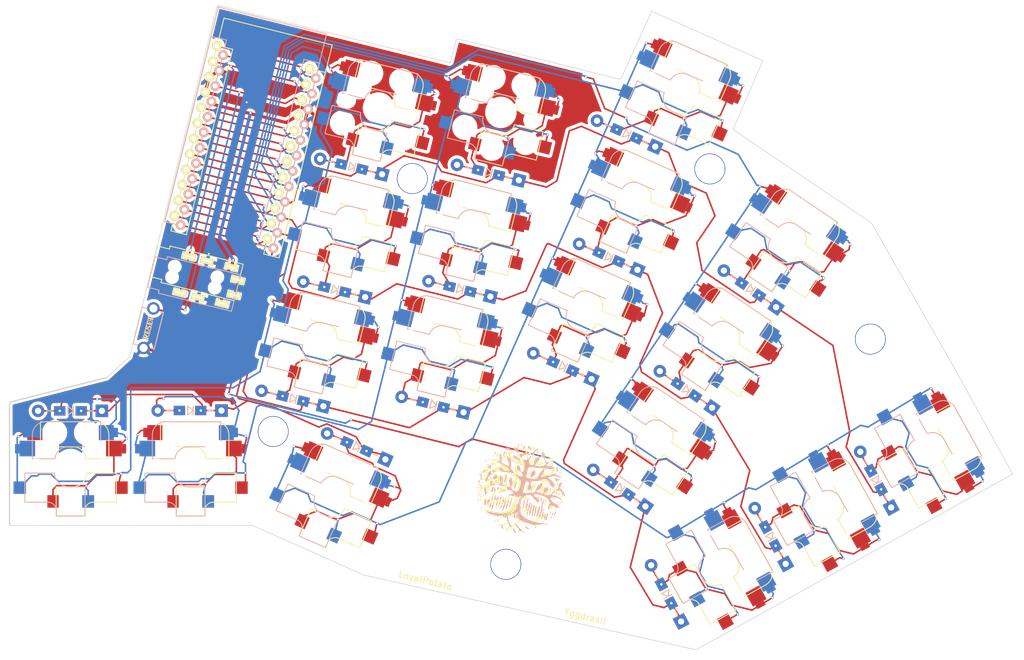
<source format=kicad_pcb>
(kicad_pcb (version 20211014) (generator pcbnew)
  (title_block (title "Yggdrasil") (rev "1.0.1") (company "LoyalPotato"))
  (layers (0 "F.Cu" signal) (31 "B.Cu" signal) (34 "B.Paste" user) (35 "F.Paste" user) (36 "B.SilkS" user "B.Silkscreen") (37 "F.SilkS" user "F.Silkscreen") (38 "B.Mask" user) (39 "F.Mask" user) (44 "Edge.Cuts" user))
  (net 0 "")
  (net 1 "GND")
  (net 2 "RESET")
  (net 3 "unconnected-(U1-Pad24)")
  (net 4 "VCC")
  (net 5 "unconnected-(U1-Pad20)")
  (net 6 "unconnected-(U1-Pad19)")
  (net 7 "unconnected-(U1-Pad18)")
  (net 8 "col0")
  (net 9 "col1")
  (net 10 "col2")
  (net 11 "col3")
  (net 12 "col4")
  (net 13 "row3")
  (net 14 "row2")
  (net 15 "row1")
  (net 16 "row0")
  (net 17 "unconnected-(U1-Pad8)")
  (net 18 "unconnected-(U1-Pad7)")
  (net 19 "SCL")
  (net 20 "SDA")
  (net 21 "DATA")
  (net 22 "unconnected-(U1-Pad1)")
  (net 23 "unconnected-(J2-Pad4)")
  (net 24 "Net-(D1-Pad2)")
  (net 25 "Net-(D2-Pad2)")
  (net 26 "Net-(D3-Pad2)")
  (net 27 "Net-(D4-Pad2)")
  (net 28 "Net-(D5-Pad2)")
  (net 29 "Net-(D6-Pad2)")
  (net 30 "Net-(D7-Pad2)")
  (net 31 "Net-(D8-Pad2)")
  (net 32 "Net-(D9-Pad2)")
  (net 33 "Net-(D10-Pad2)")
  (net 34 "Net-(D11-Pad2)")
  (net 35 "Net-(D12-Pad2)")
  (net 36 "Net-(D13-Pad2)")
  (net 37 "Net-(D14-Pad2)")
  (net 38 "Net-(D15-Pad2)")
  (net 39 "Net-(D16-Pad2)")
  (net 40 "Net-(D17-Pad2)")
  (net 41 "Net-(D18-Pad2)")
  (footprint "yggdrasil:Cherry_MX_Choc_Hotswap_MX_Spacing" (layer "F.Cu") (at 165.213072 106.644113 -34)
    (fp_text reference "SW14" hide)
    (fp_text value "SW_PUSH" hide)
  )
  (footprint "Lily58-footprint:Diode_TH_SOD123" (layer "F.Cu") (at 132.071994 60.363234 166)
    (fp_text reference "D1" hide)
    (fp_text value "D" hide)
  )
  (footprint "Lily58-footprint:Diode_TH_SOD123" (layer "F.Cu") (at 87.259571 99.302889 180)
    (fp_text reference "D16" hide)
    (fp_text value "D" hide)
  )
  (footprint "yggdrasil:Cherry_MX_Choc_Hotswap_MX_Spacing" (layer "F.Cu") (at 192.624092 110.509597 -61)
    (fp_text reference "SW10" hide)
    (fp_text value "SW_PUSH" hide)
  )
  (footprint "yggdrasil:Cherry_MX_Choc_Hotswap_MX_Spacing" (layer "F.Cu") (at 175.99322 119.745621 -61)
    (fp_text reference "SW15" hide)
    (fp_text value "SW_PUSH" hide)
  )
  (footprint "Lily58-footprint:HOLE_M2_TH" (layer "F.Cu") (at 156.641439 123.783976 -24)
    (fp_text reference "TH7" hide)
    (fp_text value "HOLE" hide)
  )
  (footprint "Lily58-footprint:Diode_TH_SOD123" (layer "F.Cu") (at 195.619886 79.89949 145)
    (fp_text reference "D4" hide)
    (fp_text value "D" hide)
  )
  (footprint "Lily58-footprint:Diode_TH_SOD123" (layer "F.Cu") (at 175.887608 55.13243 156)
    (fp_text reference "D3" hide)
    (fp_text value "D" hide)
  )
  (footprint "Lily58-footprint:Diode_TH_SOD123" (layer "F.Cu") (at 153.870862 61.311627 166)
    (fp_text reference "D2" hide)
    (fp_text value "D" hide)
  )
  (footprint "Lily58-footprint:Diode_TH_SOD123" (layer "F.Cu") (at 174.794631 111.676353 145)
    (fp_text reference "D14" hide)
    (fp_text value "D" hide)
  )
  (footprint "yggdrasil:Cherry_MX_Choc_Hotswap_MX_Spacing" (layer "F.Cu") (at 170.283674 53.950961 -24)
    (fp_text reference "SW3" hide)
    (fp_text value "SW_PUSH" hide)
  )
  (footprint "yggdrasil:Cherry_MX_Choc_Hotswap_MX_Spacing" (layer "F.Cu") (at 118.381313 77.534819 -14)
    (fp_text reference "SW6" hide)
    (fp_text value "SW_PUSH" hide)
  )
  (footprint "Lily58-footprint:Diode_TH_SOD123" (layer "F.Cu") (at 106.327801 99.254456 180)
    (fp_text reference "D17" hide)
    (fp_text value "D" hide)
  )
  (footprint "Lily58-footprint:Diode_TH_SOD123" (layer "F.Cu") (at 215.631217 110.343539 119)
    (fp_text reference "D5" hide)
    (fp_text value "D" hide)
  )
  (footprint "yggdrasil:Cherry_MX_Choc_Hotswap_MX_Spacing" (layer "F.Cu") (at 76.279354 118.852055)
    (fp_text reference "SW16" hide)
    (fp_text value "SW_PUSH" hide)
  )
  (footprint "yggdrasil:ProMicro_USB_C" (layer "F.Cu") (at 101.847429 70.26918 -14)
    (fp_text reference "U1" hide)
    (fp_text value "ProMicro" hide)
  )
  (footprint "yggdrasil:simple_logo" (layer "F.Cu") (at 159.010697 111.801194 -14)
    (fp_text reference "G***" hide)
    (fp_text value "LOGO" hide)
  )
  (footprint "Lily58-footprint:HOLE_M2_TH" (layer "F.Cu") (at 214.733647 87.862168 -24)
    (fp_text reference "TH3" hide)
    (fp_text value "HOLE" hide)
  )
  (footprint "yggdrasil:Cherry_MX_Choc_Hotswap_MX_Spacing" (layer "F.Cu") (at 137.926332 78.13651 -14)
    (fp_text reference "SW7" hide)
    (fp_text value "SW_PUSH" hide)
  )
  (footprint "Lily58-footprint:Diode_TH_SOD123" (layer "F.Cu") (at 122.716748 97.356338 166)
    (fp_text reference "D11" hide)
    (fp_text value "D" hide)
  )
  (footprint "Lily58-footprint:Diode_TH_SOD123" (layer "F.Cu") (at 173.052093 74.777538 156)
    (fp_text reference "D8" hide)
    (fp_text value "D" hide)
  )
  (footprint "yggdrasil:Cherry_MX_Choc_Hotswap_MX_Spacing" (layer "F.Cu") (at 95.406379 118.85205)
    (fp_text reference "SW17" hide)
    (fp_text value "SW_PUSH" hide)
  )
  (footprint "yggdrasil:Cherry_MX_Choc_Hotswap_MX_Spacing" (layer "F.Cu") (at 162.555678 71.308325 -24)
    (fp_text reference "SW8" hide)
    (fp_text value "SW_PUSH" hide)
  )
  (footprint "yggdrasil:Cherry_MX_Choc_Hotswap_MX_Spacing" (layer "F.Cu") (at 114.607911 118.237463 -24)
    (fp_text reference "SW18" hide)
    (fp_text value "SW_PUSH" hide)
  )
  (footprint "Lily58-footprint:Diode_TH_SOD123" (layer "F.Cu") (at 185.415315 95.935279 145)
    (fp_text reference "D9" hide)
    (fp_text value "D" hide)
  )
  (footprint "yggdrasil:Cherry_MX_Choc_Hotswap_MX_Spacing" (layer "F.Cu") (at 142.517612 59.71098 -14)
    (fp_text reference "SW2" hide)
    (fp_text value "SW_PUSH" hide)
  )
  (footprint "Lily58-footprint:Diode_TH_SOD123" (layer "F.Cu") (at 145.053729 98.325378 166)
    (fp_text reference "D12" hide)
    (fp_text value "D" hide)
  )
  (footprint "yggdrasil:simple_logo" (layer "F.Cu") (at 159.010697 111.801194 -14)
    (fp_text reference "G***" hide)
    (fp_text value "LOGO" hide)
  )
  (footprint "Lily58-footprint:MJ-4PP-9" (layer "F.Cu") (at 102.414941 75.926296 76)
    (fp_text reference "J2" hide)
    (fp_text value "4PIN" hide)
  )
  (footprint "Lily58-footprint:Diode_TH_SOD123" (layer "F.Cu") (at 132.878848 105.013116 156)
    (fp_text reference "D18" hide)
    (fp_text value "D" hide)
  )
  (footprint "Lily58-footprint:Diode_TH_SOD123" (layer "F.Cu") (at 149.330268 79.869192 166)
    (fp_text reference "D7" hide)
    (fp_text value "D" hide)
  )
  (footprint "Lily58-footprint:TACT_SWITCH_TVBP06" (layer "F.Cu") (at 99.696042 86.121693 76)
    (fp_text reference "RSW1" hide)
    (fp_text value "SW_RST" hide)
  )
  (footprint "yggdrasil:Cherry_MX_Choc_Hotswap_MX_Spacing" (layer "F.Cu") (at 154.820058 88.682815 -24)
    (fp_text reference "SW13" hide)
    (fp_text value "SW_PUSH" hide)
  )
  (footprint "yggdrasil:Cherry_MX_Choc_Hotswap_MX_Spacing" (layer "F.Cu") (at 123.013261 59.017924 -14)
    (fp_text reference "SW1" hide)
    (fp_text value "SW_PUSH" hide)
  )
  (footprint "Lily58-footprint:Diode_TH_SOD123" (layer "F.Cu") (at 198.820586 119.336639 119)
    (fp_text reference "D10" hide)
    (fp_text value "D" hide)
  )
  (footprint "Lily58-footprint:Diode_TH_SOD123" (layer "F.Cu") (at 165.730181 92.206229 156)
    (fp_text reference "D13" hide)
    (fp_text value "D" hide)
  )
  (footprint "Lily58-footprint:HOLE_M2_TH" (layer "F.Cu") (at 141.736861 62.258109 -24)
    (fp_text reference "TH4" hide)
    (fp_text value "HOLE" hide)
  )
  (footprint "yggdrasil:Cherry_MX_Choc_Hotswap_MX_Spacing" (layer "F.Cu") (at 175.833724 90.903053 -34)
    (fp_text reference "SW9" hide)
    (fp_text value "SW_PUSH" hide)
  )
  (footprint "yggdrasil:Cherry_MX_Choc_Hotswap_MX_Spacing" (layer "F.Cu") (at 113.760393 96.094258 -14)
    (fp_text reference "SW11" hide)
    (fp_text value "SW_PUSH" hide)
  )
  (footprint "Lily58-footprint:HOLE_M2_TH" (layer "F.Cu") (at 189.164684 60.715382 -24)
    (fp_text reference "TH6" hide)
    (fp_text value "HOLE" hide)
  )
  (footprint "Lily58-footprint:Diode_TH_SOD123" (layer "F.Cu") (at 182.228784 128.480603 118)
    (fp_text reference "D15" hide)
    (fp_text value "D" hide)
  )
  (footprint "yggdrasil:Cherry_MX_Choc_Hotswap_MX_Spacing" (layer "F.Cu") (at 186.454418 75.161979 -34)
    (fp_text reference "SW4" hide)
    (fp_text value "SW_PUSH" hide)
  )
  (footprint "Lily58-footprint:HOLE_M2_TH" (layer "F.Cu") (at 119.565961 102.59176 -24)
    (fp_text reference "TH5" hide)
    (fp_text value "HOLE" hide)
  )
  (footprint "Lily58-footprint:Diode_TH_SOD123" (layer "F.Cu") (at 129.3685 79.957668 166)
    (fp_text reference "D6" hide)
    (fp_text value "D" hide)
  )
  (footprint "yggdrasil:Cherry_MX_Choc_Hotswap_MX_Spacing" (layer "F.Cu") (at 209.254963 101.273602 -61)
    (fp_text reference "SW5" hide)
    (fp_text value "SW_PUSH" hide)
  )
  (footprint "yggdrasil:Cherry_MX_Choc_Hotswap_MX_Spacing" (layer "F.Cu") (at 133.337755 96.611933 -14)
    (fp_text reference "SW12" hide)
    (fp_text value "SW_PUSH" hide)
  )
  (footprint "yggdrasil:simple_logo" (layer "B.Cu") (at 159.010697 111.801194 166)
    (fp_text reference "G***" hide)
    (fp_text value "LOGO" hide)
  )
  (gr_line (start 215.080651 69.626774) (end 228.488152 93.110361) (layer "Edge.Cuts") (width 0.1))
  (gr_line (start 111.000076 34.671329) (end 110.603989 34.82338) (layer "Edge.Cuts") (width 0.1))
  (gr_line (start 77.55116 117.420483) (end 77.693188 117.593175) (layer "Edge.Cuts") (width 0.1))
  (gr_line (start 237.42097 109.399009) (end 186.942768 137.419542) (layer "Edge.Cuts") (width 0.1))
  (gr_line (start 96.677477 90.68877) (end 93.020075 93.986254) (layer "Edge.Cuts") (width 0.1))
  (gr_line (start 228.488152 93.110361) (end 237.42097 109.399009) (layer "Edge.Cuts") (width 0.1))
  (gr_line (start 193.006744 54.544586) (end 214.887929 69.322052) (layer "Edge.Cuts") (width 0.1))
  (gr_line (start 77.693188 117.593175) (end 116.235758 117.567639) (layer "Edge.Cuts") (width 0.1))
  (gr_line (start 214.887929 69.322052) (end 215.080651 69.626774) (layer "Edge.Cuts") (width 0.1))
  (gr_line (start 148.757256 40.097684) (end 147.841133 43.630509) (layer "Edge.Cuts") (width 0.1))
  (gr_line (start 174.999882 46.308488) (end 179.890735 35.56932) (layer "Edge.Cuts") (width 0.1))
  (gr_line (start 197.613526 43.460019) (end 192.905384 54.280534) (layer "Edge.Cuts") (width 0.1))
  (gr_line (start 134.049894 125.499003) (end 186.942768 137.419542) (layer "Edge.Cuts") (width 0.1))
  (gr_line (start 193.006744 54.544586) (end 192.905384 54.280534) (layer "Edge.Cuts") (width 0.1))
  (gr_line (start 77.543395 98.260876) (end 77.55116 117.420483) (layer "Edge.Cuts") (width 0.2))
  (gr_line (start 174.999882 46.308488) (end 174.735839 46.409852) (layer "Edge.Cuts") (width 0.1))
  (gr_line (start 149.021314 39.996333) (end 174.735839 46.409852) (layer "Edge.Cuts") (width 0.1))
  (gr_line (start 111.000076 34.671329) (end 147.759782 43.813206) (layer "Edge.Cuts") (width 0.1))
  (gr_line (start 93.020075 93.986254) (end 77.706088 97.895455) (layer "Edge.Cuts") (width 0.2))
  (gr_line (start 148.757256 40.097684) (end 149.021314 39.996333) (layer "Edge.Cuts") (width 0.1))
  (gr_line (start 116.235758 117.567639) (end 134.049894 125.499003) (layer "Edge.Cuts") (width 0.1))
  (gr_line (start 147.841133 43.630509) (end 147.759782 43.813206) (layer "Edge.Cuts") (width 0.1))
  (gr_line (start 77.706088 97.895455) (end 77.543395 98.260876) (layer "Edge.Cuts") (width 0.2))
  (gr_line (start 110.603989 34.82338) (end 96.677477 90.68877) (layer "Edge.Cuts") (width 0.1))
  (gr_line (start 179.890735 35.56932) (end 197.613526 43.460019) (layer "Edge.Cuts") (width 0.1))
  (gr_text "Yggdrasil" (at 169.307051 132.094929 -14) (layer "F.SilkS") (effects (font (size 1 1))))
  (gr_text "LoyalPotato" (at 143.837171 126.362935 -14) (layer "F.SilkS") (effects (font (size 1 1))))
  (segment (start 125.106953 51.195361) (end 125.126068 51.183878) (width 0.5) (layer "F.Cu") (net 1))
  (segment (start 108.772435 48.475617) (end 115.522422 50.158586) (width 0.5) (layer "F.Cu") (net 1))
  (segment (start 110.94224 45.076517) (end 109.367794 46.02255) (width 0.5) (layer "F.Cu") (net 1))
  (segment (start 106.855874 84.156181) (end 107.596403 81.186053) (width 0.5) (layer "F.Cu") (net 1))
  (segment (start 103.840396 83.823226) (end 106.36315 84.452232) (width 0.5) (layer "F.Cu") (net 1))
  (segment (start 125.126068 51.183878) (end 124.511576 53.648432) (width 0.5) (layer "F.Cu") (net 1))
  (segment (start 115.522422 50.158586) (end 121.897296 51.748015) (width 0.5) (layer "F.Cu") (net 1))
  (segment (start 101.636812 89.354435) (end 102.870612 84.405918) (width 0.5) (layer "F.Cu") (net 1))
  (segment (start 109.320356 74.271679) (end 109.315643 74.263863) (width 0.5) (layer "F.Cu") (net 1))
  (segment (start 123.320089 48.115843) (end 124.76959 47.244877) (width 0.5) (layer "F.Cu") (net 1))
  (segment (start 107.596403 81.186053) (end 109.035836 75.412791) (width 0.5) (layer "F.Cu") (net 1))
  (segment (start 110.953233 45.032435) (end 110.94224 45.076517) (width 0.5) (layer "F.Cu") (net 1))
  (segment (start 100.93033 89.778923) (end 101.636812 89.354435) (width 0.5) (layer "F.Cu") (net 1))
  (segment (start 109.367794 46.02255) (end 108.753316 48.487098) (width 0.5) (layer "F.Cu") (net 1))
  (segment (start 123.488601 50.791855) (end 125.106953 51.195361) (width 0.5) (layer "F.Cu") (net 1))
  (segment (start 121.897296 51.748015) (end 123.488601 50.791855) (width 0.5) (layer "F.Cu") (net 1))
  (segment (start 110.953233 45.032435) (end 123.320089 48.115843) (width 0.5) (layer "F.Cu") (net 1))
  (segment (start 109.035836 75.412791) (end 109.320356 74.271679) (width 0.5) (layer "F.Cu") (net 1))
  (segment (start 108.753316 48.487098) (end 108.772435 48.475617) (width 0.5) (layer "F.Cu") (net 1))
  (segment (start 98.909809 89.275149) (end 100.93033 89.778923) (width 0.5) (layer "F.Cu") (net 1))
  (segment (start 102.870612 84.405918) (end 103.840396 83.823226) (width 0.5) (layer "F.Cu") (net 1))
  (segment (start 106.36315 84.452232) (end 106.855874 84.156181) (width 0.5) (layer "F.Cu") (net 1))
  (via (at 115.339511 50.103501) (size 0.4) (drill 0.3) (layers "F.Cu" "B.Cu") (net 1))
  (via (at 109.315643 74.263863) (size 0.4) (drill 0.3) (layers "F.Cu" "B.Cu") (net 1))
  (segment (start 109.315643 74.263863) (end 115.339511 50.103501) (width 0.5) (layer "B.Cu") (net 1))
  (segment (start 122.948668 49.408642) (end 124.155104 49.70944) (width 0.25) (layer "F.Cu") (net 2))
  (segment (start 103.791233 82.780359) (end 102.599864 83.496195) (width 0.25) (layer "F.Cu") (net 2))
  (segment (start 121.499158 50.279593) (end 122.948668 49.408642) (width 0.25) (layer "F.Cu") (net 2))
  (segment (start 110.33875 47.496981) (end 121.499158 50.279593) (width 0.25) (layer "F.Cu") (net 2))
  (segment (start 102.599864 83.496195) (end 100.482293 82.968226) (width 0.25) (layer "F.Cu") (net 2))
  (segment (start 105.537753 83.215818) (end 103.791233 82.780359) (width 0.25) (layer "F.Cu") (net 2))
  (via (at 105.537753 83.215818) (size 0.4) (drill 0.3) (layers "F.Cu" "B.Cu") (net 2))
  (via (at 114.198562 48.479224) (size 0.4) (drill 0.3) (layers "F.Cu" "B.Cu") (net 2))
  (segment (start 114.198562 48.479224) (end 105.537753 83.215818) (width 0.25) (layer "B.Cu") (net 2))
  (segment (start 111.56772 42.567888) (end 123.934566 45.651291) (width 0.25) (layer "F.Cu") (net 3))
  (segment (start 123.934566 45.651291) (end 125.384061 44.780342) (width 0.25) (layer "F.Cu") (net 3))
  (segment (start 109.724275 49.961534) (end 110.000537 50.421329) (width 0.5) (layer "F.Cu") (net 4))
  (segment (start 111.254363 81.782259) (end 112.545534 76.603687) (width 0.5) (layer "F.Cu") (net 4))
  (segment (start 113.201528 75.239363) (end 113.196822 75.231548) (width 0.5) (layer "F.Cu") (net 4))
  (segment (start 110.000537 50.421329) (end 121.631331 53.321212) (width 0.5) (layer "F.Cu") (net 4))
  (segment (start 112.545534 76.603687) (end 112.917025 76.380483) (width 0.5) (layer "F.Cu") (net 4))
  (segment (start 111.477588 82.153747) (end 111.254363 81.782259) (width 0.5) (layer "F.Cu") (net 4))
  (segment (start 121.631331 53.321212) (end 123.540627 52.173991) (width 0.5) (layer "F.Cu") (net 4))
  (segment (start 112.917025 76.380483) (end 113.201528 75.239363) (width 0.5) (layer "F.Cu") (net 4))
  (via (at 113.196822 75.231548) (size 0.4) (drill 0.3) (layers "F.Cu" "B.Cu") (net 4))
  (via (at 115.946918 51.800856) (size 0.4) (drill 0.3) (layers "F.Cu" "B.Cu") (net 4))
  (segment (start 113.196822 75.231548) (end 111.011715 71.594883) (width 0.5) (layer "B.Cu") (net 4))
  (segment (start 111.011715 71.594883) (end 115.946918 51.800856) (width 0.5) (layer "B.Cu") (net 4))
  (segment (start 109.109798 52.426094) (end 121.476636 55.50949) (width 0.25) (layer "F.Cu") (net 5))
  (segment (start 121.476636 55.50949) (end 122.926133 54.638554) (width 0.25) (layer "F.Cu") (net 5))
  (segment (start 108.4953 54.890643) (end 120.862159 57.974043) (width 0.25) (layer "F.Cu") (net 6))
  (segment (start 120.862159 57.974043) (end 122.311651 57.103097) (width 0.25) (layer "F.Cu") (net 6))
  (segment (start 107.880827 57.3552) (end 120.24768 60.438593) (width 0.25) (layer "F.Cu") (net 7))
  (segment (start 120.24768 60.438593) (end 121.697175 59.567651) (width 0.25) (layer "F.Cu") (net 7))
  (segment (start 130.595322 44.31547) (end 132.03136 44.673501) (width 0.25) (layer "F.Cu") (net 8))
  (segment (start 128.724105 44.78349) (end 129.823367 44.123) (width 0.25) (layer "F.Cu") (net 8))
  (segment (start 121.290756 81.440589) (end 122.726782 81.798632) (width 0.25) (layer "F.Cu") (net 8))
  (segment (start 119.337016 81.60636) (end 120.522826 81.902013) (width 0.25) (layer "F.Cu") (net 8))
  (segment (start 124.727651 63.574847) (end 124.37029 63.485761) (width 0.25) (layer "F.Cu") (net 8))
  (segment (start 81.162976 103.033719) (end 81.57935 102.783543) (width 0.25) (layer "F.Cu") (net 8))
  (segment (start 134.518039 91.632403) (end 134.477537 91.564982) (width 0.25) (layer "F.Cu") (net 8))
  (segment (start 80.079352 102.76355) (end 81.162976 103.033719) (width 0.25) (layer "F.Cu") (net 8))
  (segment (start 125.963381 62.832352) (end 124.727651 63.574847) (width 0.25) (layer "F.Cu") (net 8))
  (segment (start 139.098249 73.032345) (end 138.616113 74.966052) (width 0.25) (layer "F.Cu") (net 8))
  (segment (start 127.399423 63.190387) (end 127.413979 63.21465) (width 0.25) (layer "F.Cu") (net 8))
  (segment (start 94.9414 110.834659) (end 95.379358 111.563548) (width 0.25) (layer "F.Cu") (net 8))
  (segment (start 78.968599 103.387339) (end 79.019902 103.400127) (width 0.25) (layer "F.Cu") (net 8))
  (segment (start 138.616113 74.966052) (end 138.679991 75.072362) (width 0.25) (layer "F.Cu") (net 8))
  (segment (start 143.164517 56.310107) (end 143.311931 56.555468) (width 0.25) (layer "F.Cu") (net 8))
  (segment (start 120.522826 81.902013) (end 121.290756 81.440589) (width 0.25) (layer "F.Cu") (net 8))
  (segment (start 107.266345 59.81975) (end 119.633195 62.903151) (width 0.25) (layer "F.Cu") (net 8))
  (segment (start 129.823367 44.123) (end 130.595322 44.31547) (width 0.25) (layer "F.Cu") (net 8))
  (segment (start 132.03136 44.673501) (end 132.04594 44.697755) (width 0.25) (layer "F.Cu") (net 8))
  (segment (start 143.64611 54.378472) (end 143.164517 56.310107) (width 0.25) (layer "F.Cu") (net 8))
  (segment (start 79.019902 103.400127) (end 80.079352 102.76355) (width 0.25) (layer "F.Cu") (net 8))
  (segment (start 134.007361 93.68059) (end 134.518039 91.632403) (width 0.25) (layer "F.Cu") (net 8))
  (segment (start 95.319257 109.31912) (end 94.9414 110.834659) (width 0.25) (layer "F.Cu") (net 8))
  (segment (start 119.633195 62.903151) (end 121.0827 62.032189) (width 0.25) (layer "F.Cu") (net 8))
  (segment (start 125.963381 62.832352) (end 127.399423 63.190387) (width 0.25) (layer "F.Cu") (net 8))
  (via (at 139.098249 73.032345) (size 0.4) (drill 0.3) (layers "F.Cu" "B.Cu") (net 8))
  (via (at 119.337016 81.60636) (size 0.4) (drill 0.3) (layers "F.Cu" "B.Cu") (net 8))
  (via (at 95.319257 109.31912) (size 0.4) (drill 0.3) (layers "F.Cu" "B.Cu") (net 8))
  (via (at 78.968599 103.387339) (size 0.4) (drill 0.3) (layers "F.Cu" "B.Cu") (net 8))
  (via (at 128.724105 44.78349) (size 0.4) (drill 0.3) (layers "F.Cu" "B.Cu") (net 8))
  (via (at 143.64611 54.378472) (size 0.4) (drill 0.3) (layers "F.Cu" "B.Cu") (net 8))
  (via (at 134.477537 91.564982) (size 0.4) (drill 0.3) (layers "F.Cu" "B.Cu") (net 8))
  (via (at 124.37029 63.485761) (size 0.4) (drill 0.3) (layers "F.Cu" "B.Cu") (net 8))
  (segment (start 124.072994 65.040626) (end 125.586661 65.418025) (width 0.25) (layer "B.Cu") (net 8))
  (segment (start 124.259179 41.196792) (end 122.469997 42.271844) (width 0.25) (layer "B.Cu") (net 8))
  (segment (start 127.082882 54.682914) (end 128.97489 57.831758) (width 0.25) (layer "B.Cu") (net 8))
  (segment (start 130.267092 46.871999) (end 128.753431 46.494606) (width 0.25) (layer "B.Cu") (net 8))
  (segment (start 97.022393 95.628827) (end 96.859789 95.791429) (width 0.25) (layer "B.Cu") (net 8))
  (segment (start 124.654146 90.455546) (end 123.707263 88.879656) (width 0.25) (layer "B.Cu") (net 8))
  (segment (start 119.400366 83.648862) (end 119.741704 82.279869) (width 0.25) (layer "B.Cu") (net 8))
  (segment (start 95.319257 109.31912) (end 95.476947 109.161426) (width 0.25) (layer "B.Cu") (net 8))
  (segment (start 85.299778 110.541429) (end 84.127389 109.369033) (width 0.25) (layer "B.Cu") (net 8))
  (segment (start 119.400366 83.648862) (end 117.997223 89.276585) (width 0.25) (layer "B.Cu") (net 8))
  (segment (start 122.469997 42.271844) (end 118.466652 58.328367) (width 0.25) (layer "B.Cu") (net 8))
  (segment (start 121.120868 78.534359) (end 121.971547 79.950113) (width 0.25) (layer "B.Cu") (net 8))
  (segment (start 127.59315 52.63634) (end 127.688848 52.252497) (width 0.25) (layer "B.Cu") (net 8))
  (segment (start 96.359779 109.161437) (end 96.859771 108.66143) (width 0.25) (layer "B.Cu") (net 8))
  (segment (start 78.779354 103.576584) (end 78.779354 111.152055) (width 0.25) (layer "B.Cu") (net 8))
  (segment (start 117.997223 89.276585) (end 118.288579 89.761458) (width 0.25) (layer "B.Cu") (net 8))
  (segment (start 128.244236 91.350656) (end 124.654146 90.455546) (width 0.25) (layer "B.Cu") (net 8))
  (segment (start 129.287502 50.800951) (end 129.504258 51.161696) (width 0.25) (layer "B.Cu") (net 8))
  (segment (start 127.688848 52.252497) (end 129.504258 51.161696) (width 0.25) (layer "B.Cu") (net 8))
  (segment (start 96.859771 108.66143) (end 96.859789 95.791429) (width 0.25) (layer "B.Cu") (net 8))
  (segment (start 82.292053 109.369032) (end 81.983551 109.677534) (width 0.25) (layer "B.Cu") (net 8))
  (segment (start 126.976011 41.874185) (end 124.259179 41.196792) (width 0.25) (layer "B.Cu") (net 8))
  (segment (start 130.267092 46.871999) (end 129.287502 50.800951) (width 0.25) (layer "B.Cu") (net 8))
  (segment (start 95.319257 109.31912) (end 94.482083 109.31912) (width 0.25) (layer "B.Cu") (net 8))
  (segment (start 124.37029 63.485761) (end 124.009126 64.934328) (width 0.25) (layer "B.Cu") (net 8))
  (segment (start 138.988703 53.217242) (end 143.64611 54.378472) (width 0.25) (layer "B.Cu") (net 8))
  (segment (start 123.195466 70.21369) (end 122.961204 71.153227) (width 0.25) (layer "B.Cu") (net 8))
  (segment (start 137.77649 53.945627) (end 138.988703 53.217242) (width 0.25) (layer "B.Cu") (net 8))
  (segment (start 128.97489 57.831758) (end 127.716899 62.877299) (width 0.25) (layer "B.Cu") (net 8))
  (segment (start 120.914858 88.183437) (end 118.288579 89.761458) (width 0.25) (layer "B.Cu") (net 8))
  (segment (start 134.477537 91.564982) (end 129.820112 90.403771) (width 0.25) (layer "B.Cu") (net 8))
  (segment (start 123.707263 88.879656) (end 120.914858 88.183437) (width 0.25) (layer "B.Cu") (net 8))
  (segment (start 133.390541 72.997149) (end 135.022997 72.016266) (width 0.25) (layer "B.Cu") (net 8))
  (segment (start 124.650119 69.339644) (end 128.070037 70.192331) (width 0.25) (layer "B.Cu") (net 8))
  (segment (start 84.127389 109.369033) (end 82.292053 109.369032) (width 0.25) (layer "B.Cu") (net 8))
  (segment (start 125.586661 65.418025) (end 125.635146 65.388889) (width 0.25) (layer "B.Cu") (net 8))
  (segment (start 95.476947 109.161426) (end 96.359779 109.161437) (width 0.25) (layer "B.Cu") (net 8))
  (segment (start 128.724105 44.78349) (end 126.976011 41.874185) (width 0.25) (layer "B.Cu") (net 8))
  (segment (start 133.992335 53.002128) (end 137.77649 53.945627) (width 0.25) (layer "B.Cu") (net 8))
  (segment (start 135.022997 72.016266) (end 139.098249 73.032345) (width 0.25) (layer "B.Cu") (net 8))
  (segment (start 127.716899 62.877299) (end 126.004876 63.905992) (width 0.25) (layer "B.Cu") (net 8))
  (segment (start 129.820112 90.403771) (end 128.244236 91.350656) (width 0.25) (layer "B.Cu") (net 8))
  (segment (start 118.288579 89.761458) (end 117.471388 93.039003) (width 0.25) (layer "B.Cu") (net 8))
  (segment (start 78.968599 103.387339) (end 78.779354 103.576584) (width 0.25) (layer "B.Cu") (net 8))
  (segment (start 127.59315 52.63634) (end 127.082882 54.682914) (width 0.25) (layer "B.Cu") (net 8))
  (segment (start 126.004876 63.905992) (end 125.635146 65.388889) (width 0.25) (layer "B.Cu") (net 8))
  (segment (start 129.504258 51.161696) (end 133.482471 52.15357) (width 0.25) (layer "B.Cu") (net 8))
  (segment (start 129.928229 46.78751) (end 130.267092 46.871999) (width 0.25) (layer "B.Cu") (net 8))
  (segment (start 94.482083 109.31912) (end 94.339776 109.461434) (width 0.25) (layer "B.Cu") (net 8))
  (segment (start 129.114781 71.931074) (end 133.390541 72.997149) (width 0.25) (layer "B.Cu") (net 8))
  (segment (start 120.623306 61.917652) (end 121.0827 62.032189) (width 0.25) (layer "B.Cu") (net 8))
  (segment (start 81.053875 109.677534) (end 79.179354 111.552055) (width 0.25) (layer "B.Cu") (net 8))
  (segment (start 120.962522 83.997128) (end 119.44886 83.619733) (width 0.25) (layer "B.Cu") (net 8))
  (segment (start 91.347279 109.461428) (end 90.26728 110.541427) (width 0.25) (layer "B.Cu") (net 8))
  (segment (start 117.471388 93.039003) (end 113.161229 95.628818) (width 0.25) (layer "B.Cu") (net 8))
  (segment (start 128.753431 46.494606) (end 128.704953 46.523733) (width 0.25) (layer "B.Cu") (net 8))
  (segment (start 90.26728 110.541427) (end 85.299778 110.541429) (width 0.25) (layer "B.Cu") (net 8))
  (segment (start 119.44886 83.619733) (end 119.400366 83.648862) (width 0.25) (layer "B.Cu") (net 8))
  (segment (start 113.161229 95.628818) (end 97.022393 95.628827) (width 0.25) (layer "B.Cu") (net 8))
  (segment (start 128.724105 44.78349) (end 129.928229 46.78751) (width 0.25) (layer "B.Cu") (net 8))
  (segment (start 119.741704 82.279869) (end 119.337016 81.60636) (width 0.25) (layer "B.Cu") (net 8))
  (segment (start 121.971547 79.950113) (end 120.962522 83.997128) (width 0.25) (layer "B.Cu") (net 8))
  (segment (start 128.070037 70.192331) (end 129.114781 71.931074) (width 0.25) (layer "B.Cu") (net 8))
  (segment (start 125.635146 65.388889) (end 124.650119 69.339644) (width 0.25) (layer "B.Cu") (net 8))
  (segment (start 133.482471 52.15357) (end 133.992335 53.002128) (width 0.25) (layer "B.Cu") (net 8))
  (segment (start 94.339776 109.461434) (end 91.347279 109.461428) (width 0.25) (layer "B.Cu") (net 8))
  (segment (start 81.983551 109.677534) (end 81.053875 109.677534) (width 0.25) (layer "B.Cu") (net 8))
  (segment (start 78.779354 111.152055) (end 79.179354 111.552055) (width 0.25) (layer "B.Cu") (net 8))
  (segment (start 124.650119 69.339644) (end 123.195466 70.21369) (width 0.25) (layer "B.Cu") (net 8))
  (segment (start 118.466652 58.328367) (end 120.623306 61.917652) (width 0.25) (layer "B.Cu") (net 8))
  (segment (start 122.961204 71.153227) (end 121.120868 78.534359) (width 0.25) (layer "B.Cu") (net 8))
  (segment (start 124.009126 64.934328) (end 124.072994 65.040626) (width 0.25) (layer "B.Cu") (net 8))
  (segment (start 140.919824 81.909473) (end 142.355857 82.267527) (width 0.25) (layer "F.Cu") (net 9))
  (segment (start 119.018714 65.367697) (end 120.468218 64.496746) (width 0.25) (layer "F.Cu") (net 9))
  (segment (start 150.099677 45.008518) (end 151.535716 45.366555) (width 0.25) (layer "F.Cu") (net 9))
  (segment (start 142.355857 82.267527) (end 142.370428 82.291757) (width 0.25) (layer "F.Cu") (net 9))
  (segment (start 115.15578 109.211564) (end 115.155777 110.837993) (width 0.25) (layer "F.Cu") (net 9))
  (segment (start 100.725511 102.688257) (end 99.641877 102.418071) (width 0.25) (layer "F.Cu") (net 9))
  (segment (start 98.007459 102.943738) (end 98.007463 103.084243) (width 0.25) (layer "F.Cu") (net 9))
  (segment (start 154.560056 92.449661) (end 154.224319 93.796245) (width 0.25) (layer "F.Cu") (net 9))
  (segment (start 147.49711 45.960047) (end 149.379538 44.828971) (width 0.25) (layer "F.Cu") (net 9))
  (segment (start 158.234665 73.578071) (end 158.719816 73.699032) (width 0.25) (layer "F.Cu") (net 9))
  (segment (start 106.651867 62.284286) (end 119.018714 65.367697) (width 0.25) (layer "F.Cu") (net 9))
  (segment (start 99.641877 102.418071) (end 98.533133 102.418084) (width 0.25) (layer "F.Cu") (net 9))
  (segment (start 140.047896 81.614724) (end 140.865151 81.81849) (width 0.25) (layer "F.Cu") (net 9))
  (segment (start 144.937178 63.254455) (end 145.482131 63.390333) (width 0.25) (layer "F.Cu") (net 9))
  (segment (start 140.865151 81.81849) (end 140.919824 81.909473) (width 0.25) (layer "F.Cu") (net 9))
  (segment (start 158.717027 73.7007) (end 158.225013 75.674058) (width 0.25) (layer "F.Cu") (net 9))
  (segment (start 154.224319 93.796245) (end 153.636433 94.149478) (width 0.25) (layer "F.Cu") (net 9))
  (segment (start 162.81629 57.248536) (end 163.310334 55.267009) (width 0.25) (layer "F.Cu") (net 9))
  (segment (start 163.310334 55.267009) (end 163.316324 55.263409) (width 0.25) (layer "F.Cu") (net 9))
  (segment (start 151.535716 45.366555) (end 151.550282 45.390806) (width 0.25) (layer "F.Cu") (net 9))
  (segment (start 145.482131 63.390333) (end 145.508401 63.434048) (width 0.25) (layer "F.Cu") (net 9))
  (segment (start 149.379538 44.828971) (end 150.099677 45.008518) (width 0.25) (layer "F.Cu") (net 9))
  (segment (start 145.508401 63.434048) (end 146.944428 63.792097) (width 0.25) (layer "F.Cu") (net 9))
  (segment (start 158.719816 73.699032) (end 158.717027 73.7007) (width 0.25) (layer "F.Cu") (net 9))
  (segment (start 146.944428 63.792097) (end 146.959002 63.816337) (width 0.25) (layer "F.Cu") (net 9))
  (segment (start 98.533133 102.418084) (end 98.007459 102.943738) (width 0.25) (layer "F.Cu") (net 9))
  (segment (start 115.155777 110.837993) (end 114.525512 111.468253) (width 0.25) (layer "F.Cu") (net 9))
  (via (at 158.234665 73.578071) (size 0.4) (drill 0.3) (layers "F.Cu" "B.Cu") (net 9))
  (via (at 115.15578 109.211564) (size 0.4) (drill 0.3) (layers "F.Cu" "B.Cu") (net 9))
  (via (at 163.316324 55.263409) (size 0.4) (drill 0.3) (layers "F.Cu" "B.Cu") (net 9))
  (via (at 140.047896 81.614724) (size 0.4) (drill 0.3) (layers "F.Cu" "B.Cu") (net 9))
  (via (at 154.560056 92.449661) (size 0.4) (drill 0.3) (layers "F.Cu" "B.Cu") (net 9))
  (via (at 147.49711 45.960047) (size 0.4) (drill 0.3) (layers "F.Cu" "B.Cu") (net 9))
  (via (at 144.937178 63.254455) (size 0.4) (drill 0.3) (layers "F.Cu" "B.Cu") (net 9))
  (via (at 98.007463 103.084243) (size 0.4) (drill 0.3) (layers "F.Cu" "B.Cu") (net 9))
  (segment (start 115.155772 107.785992) (end 115.15578 109.211564) (width 0.25) (layer "B.Cu") (net 9))
  (segment (start 99.733366 109.48143) (end 103.039781 109.48143) (width 0.25) (layer "B.Cu") (net 9))
  (segment (start 147.319599 53.699044) (end 144.526302 64.902363) (width 0.25) (layer "B.Cu") (net 9))
  (segment (start 110.441641 109.209574) (end 115.153787 109.209573) (width 0.25) (layer "B.Cu") (net 9))
  (segment (start 152.4865 73.484691) (end 152.680566 73.533066) (width 0.25) (layer "B.Cu") (net 9))
  (segment (start 147.228666 52.803319) (end 147.097496 53.329395) (width 0.25) (layer "B.Cu") (net 9))
  (segment (start 148.605321 72.517002) (end 152.4865 73.484691) (width 0.25) (layer "B.Cu") (net 9))
  (segment (start 144.551733 70.333017) (end 147.77609 71.136946) (width 0.25) (layer "B.Cu") (net 9))
  (segment (start 137.917643 90.230344) (end 135.229353 101.012467) (width 0.25) (layer "B.Cu") (net 9))
  (segment (start 122.142807 41.726004) (end 117.639292 59.788623) (width 0.25) (layer "B.Cu") (net 9))
  (segment (start 152.680566 73.533066) (end 154.135231 72.659018) (width 0.25) (layer "B.Cu") (net 9))
  (segment (start 142.562775 71.528095) (end 144.383883 70.433871) (width 0.25) (layer "B.Cu") (net 9))
  (segment (start 98.074048 111.049758) (end 98.325511 111.468256) (width 0.25) (layer "B.Cu") (net 9))
  (segment (start 156.864511 54.685411) (end 153.08036 53.741905) (width 0.25) (layer "B.Cu") (net 9))
  (segment (start 117.639292 59.788623) (end 120.468218 64.496746) (width 0.25) (layer "B.Cu") (net 9))
  (segment (start 148.830871 51.337511) (end 149.771447 47.565051) (width 0.25) (layer "B.Cu") (net 9))
  (segment (start 149.052968 51.707153) (end 148.931755 51.779997) (width 0.25) (layer "B.Cu") (net 9))
  (segment (start 137.626287 89.745447) (end 137.917643 90.230344) (width 0.25) (layer "B.Cu") (net 9))
  (segment (start 144.526302 64.902363) (end 145.180168 65.990591) (width 0.25) (layer "B.Cu") (net 9))
  (segment (start 142.506222 71.75492) (end 142.562775 71.528095) (width 0.25) (layer "B.Cu") (net 9))
  (segment (start 99.009237 105.538458) (end 99.525498 105.228254) (width 0.25) (layer "B.Cu") (net 9))
  (segment (start 140.543098 84.495142) (end 140.591579 84.466005) (width 0.25) (layer "B.Cu") (net 9))
  (segment (start 139.029444 84.117746) (end 137.626287 89.745447) (width 0.25) (layer "B.Cu") (net 9))
  (segment (start 145.180168 65.990591) (end 143.666512 65.613187) (width 0.25) (layer "B.Cu") (net 9))
  (segment (start 133.15036 102.261653) (end 117.499596 98.359482) (width 0.25) (layer "B.Cu") (net 9))
  (segment (start 148.689312 51.925671) (end 147.228666 52.803319) (width 0.25) (layer "B.Cu") (net 9))
  (segment (start 147.77609 71.136946) (end 148.605321 72.517002) (width 0.25) (layer "B.Cu") (net 9))
  (segment (start 147.49711 45.960047) (end 124.598138 40.2507) (width 0.25) (layer "B.Cu") (net 9))
  (segment (start 142.506222 71.75492) (end 139.493313 83.839022) (width 0.25) (layer "B.Cu") (net 9))
  (segment (start 103.039781 109.48143) (end 104.149778 110.59143) (width 0.25) (layer "B.Cu") (net 9))
  (segment (start 158.076717 53.957035) (end 156.864511 54.685411) (width 0.25) (layer "B.Cu") (net 9))
  (segment (start 143.666512 65.613187) (end 143.618022 65.642314) (width 0.25) (layer "B.Cu") (net 9))
  (segment (start 144.42138 91.364664) (end 147.671861 92.175116) (width 0.25) (layer "B.Cu") (net 9))
  (segment (start 109.515565 110.135655) (end 110.441641 109.209574) (width 0.25) (layer "B.Cu") (net 9))
  (segment (start 98.007463 103.084243) (end 97.598582 104.724167) (width 0.25) (layer "B.Cu") (net 9))
  (segment (start 149.771447 47.565051) (end 148.257787 47.187647) (width 0.25) (layer "B.Cu") (net 9))
  (segment (start 154.256448 72.586191) (end 158.234665 73.578071) (width 0.25) (layer "B.Cu") (net 9))
  (segment (start 117.499596 98.359482) (end 116.928472 98.702646) (width 0.25) (layer "B.Cu") (net 9))
  (segment (start 124.598138 40.2507) (end 122.142807 41.726004) (width 0.25) (layer "B.Cu") (net 9))
  (segment (start 98.517818 110.696972) (end 99.733366 109.48143) (width 0.25) (layer "B.Cu") (net 9))
  (segment (start 114.761936 107.392145) (end 115.155772 107.785992) (width 0.25) (layer "B.Cu") (net 9))
  (segment (start 140.309067 88.793448) (end 143.328822 89.54636) (width 0.25) (layer "B.Cu") (net 9))
  (segment (start 116.928472 98.702646) (end 114.761936 107.392145) (width 0.25) (layer "B.Cu") (net 9))
  (segment (start 98.325511 111.468256) (end 98.517818 110.696972) (width 0.25) (layer "B.Cu") (net 9))
  (segment (start 144.383883 70.433871) (end 144.551733 70.333017) (width 0.25) (layer "B.Cu") (net 9))
  (segment (start 147.671861 92.175116) (end 149.490197 91.082543) (width 0.25) (layer "B.Cu") (net 9))
  (segment (start 163.316324 55.263409) (end 158.076717 53.957035) (width 0.25) (layer "B.Cu") (net 9))
  (segment (start 149.490197 91.082543) (end 154.487208 92.328447) (width 0.25) (layer "B.Cu") (net 9))
  (segment (start 99.525498 105.228254) (end 98.074048 111.049758) (width 0.25) (layer "B.Cu") (net 9))
  (segment (start 143.618022 65.642314) (end 142.214869 71.270031) (width 0.25) (layer "B.Cu") (net 9))
  (segment (start 154.135231 72.659018) (end 154.256448 72.586191) (width 0.25) (layer "B.Cu") (net 9))
  (segment (start 148.931755 51.779997) (end 148.689312 51.925671) (width 0.25) (layer "B.Cu") (net 9))
  (segment (start 148.257787 47.187647) (end 148.209298 47.216799) (width 0.25) (layer "B.Cu") (net 9))
  (segment (start 139.493313 83.839022) (end 139.029444 84.117746) (width 0.25) (layer "B.Cu") (net 9))
  (segment (start 139.029444 84.117746) (end 140.543098 84.495142) (width 0.25) (layer "B.Cu") (net 9))
  (segment (start 147.097496 53.329395) (end 147.319599 53.699044) (width 0.25) (layer "B.Cu") (net 9))
  (segment (start 137.917643 90.230344) (end 140.309067 88.793448) (width 0.25) (layer "B.Cu") (net 9))
  (segment (start 154.487208 92.328447) (end 154.560056 92.449661) (width 0.25) (layer "B.Cu") (net 9))
  (segment (start 143.328822 89.54636) (end 144.42138 91.364664) (width 0.25) (layer "B.Cu") (net 9))
  (segment (start 97.598582 104.724167) (end 97.925511 105.26825) (width 0.25) (layer "B.Cu") (net 9))
  (segment (start 135.229353 101.012467) (end 133.15036 102.261653) (width 0.25) (layer "B.Cu") (net 9))
  (segment (start 152.351996 52.529696) (end 149.052968 51.707153) (width 0.25) (layer "B.Cu") (net 9))
  (segment (start 97.925511 105.26825) (end 99.009237 105.538458) (width 0.25) (layer "B.Cu") (net 9))
  (segment (start 104.149778 110.59143) (end 107.645639 110.591429) (width 0.25) (layer "B.Cu") (net 9))
  (segment (start 142.214869 71.270031) (end 142.506222 71.75492) (width 0.25) (layer "B.Cu") (net 9))
  (segment (start 148.209298 47.216799) (end 148.221886 47.166274) (width 0.25) (layer "B.Cu") (net 9))
  (segment (start 148.221886 47.166274) (end 147.49711 45.960047) (width 0.25) (layer "B.Cu") (net 9))
  (segment (start 108.101404 110.135653) (end 109.515565 110.135655) (width 0.25) (layer "B.Cu") (net 9))
  (segment (start 107.645639 110.591429) (end 108.101404 110.135653) (width 0.25) (layer "B.Cu") (net 9))
  (segment (start 149.052968 51.707153) (end 148.830871 51.337511) (width 0.25) (layer "B.Cu") (net 9))
  (segment (start 115.153787 109.209573) (end 115.15578 109.211564) (width 0.25) (layer "B.Cu") (net 9))
  (segment (start 153.08036 53.741905) (end 152.351996 52.529696) (width 0.25) (layer "B.Cu") (net 9))
  (segment (start 182.973572 72.408114) (end 183.399094 70.701476) (width 0.25) (layer "F.Cu") (net 10))
  (segment (start 165.998111 75.809083) (end 166.202183 76.148701) (width 0.25) (layer "F.Cu") (net 10))
  (segment (start 136.118763 117.224226) (end 135.703143 118.891171) (width 0.25) (layer "F.Cu") (net 10))
  (segment (start 126.017031 105.64804) (end 124.858915 105.359295) (width 0.25) (layer "F.Cu") (net 10))
  (segment (start 179.023375 40.628573) (end 180.116241 40.901067) (width 0.25) (layer "F.Cu") (net 10))
  (segment (start 122.892802 104.960291) (end 124.207937 105.288194) (width 0.25) (layer "F.Cu") (net 10))
  (segment (start 191.182254 53.038713) (end 191.197084 53.063376) (width 0.25) (layer "F.Cu") (net 10))
  (segment (start 135.703143 118.891171) (end 135.052814 119.281936) (width 0.25) (layer "F.Cu") (net 10))
  (segment (start 180.116241 40.901067) (end 180.303609 40.788476) (width 0.25) (layer "F.Cu") (net 10))
  (segment (start 170.933792 58.193268) (end 171.471082 57.870452) (width 0.25) (layer "F.Cu") (net 10))
  (segment (start 106.037376 64.74883) (end 118.40423 67.832248) (width 0.25) (layer "F.Cu") (net 10))
  (segment (start 124.858915 105.359295) (end 124.654843 105.019659) (width 0.25) (layer "F.Cu") (net 10))
  (segment (start 180.303609 40.788476) (end 181.461728 41.077235) (width 0.25) (layer "F.Cu") (net 10))
  (segment (start 175.810912 88.49574) (end 175.237968 89.782607) (width 0.25) (layer "F.Cu") (net 10))
  (segment (start 124.207937 105.288194) (end 124.654843 105.019659) (width 0.25) (layer "F.Cu") (net 10))
  (segment (start 173.733729 58.434599) (end 173.937795 58.774222) (width 0.25) (layer "F.Cu") (net 10))
  (segment (start 118.40423 67.832248) (end 119.853738 66.961292) (width 0.25) (layer "F.Cu") (net 10))
  (segment (start 164.044578 74.970153) (end 164.749245 75.28389) (width 0.25) (layer "F.Cu") (net 10))
  (segment (start 172.575611 58.145845) (end 173.733729 58.434599) (width 0.25) (layer "F.Cu") (net 10))
  (segment (start 175.689057 88.178301) (end 175.810912 88.49574) (width 0.25) (layer "F.Cu") (net 10))
  (segment (start 171.471082 57.870452) (end 172.575611 58.145845) (width 0.25) (layer "F.Cu") (net 10))
  (segment (start 181.461728 41.077235) (end 181.665801 41.41684) (width 0.25) (layer "F.Cu") (net 10))
  (segment (start 191.197084 53.063376) (end 190.701577 55.050741) (width 0.25) (layer "F.Cu") (net 10))
  (segment (start 164.749245 75.28389) (end 164.840001 75.520339) (width 0.25) (layer "F.Cu") (net 10))
  (segment (start 183.399094 70.701476) (end 183.383773 70.675981) (width 0.25) (layer "F.Cu") (net 10))
  (segment (start 164.840001 75.520339) (end 165.998111 75.809083) (width 0.25) (layer "F.Cu") (net 10))
  (via (at 175.689057 88.178301) (size 0.4) (drill 0.3) (layers "F.Cu" "B.Cu") (net 10))
  (via (at 179.023375 40.628573) (size 0.4) (drill 0.3) (layers "F.Cu" "B.Cu") (net 10))
  (via (at 122.892802 104.960291) (size 0.4) (drill 0.3) (layers "F.Cu" "B.Cu") (net 10))
  (via (at 183.383773 70.675981) (size 0.4) (drill 0.3) (layers "F.Cu" "B.Cu") (net 10))
  (via (at 170.933792 58.193268) (size 0.4) (drill 0.3) (layers "F.Cu" "B.Cu") (net 10))
  (via (at 164.044578 74.970153) (size 0.4) (drill 0.3) (layers "F.Cu" "B.Cu") (net 10))
  (via (at 191.182254 53.038713) (size 0.4) (drill 0.3) (layers "F.Cu" "B.Cu") (net 10))
  (via (at 136.118763 117.224226) (size 0.4) (drill 0.3) (layers "F.Cu" "B.Cu") (net 10))
  (segment (start 164.111148 74.944601) (end 168.174132 65.818968) (width 0.25) (layer "B.Cu") (net 10))
  (segment (start 179.015675 40.63153) (end 179.023375 40.628573) (width 0.25) (layer "B.Cu") (net 10))
  (segment (start 123.8189 111.993239) (end 123.820705 111.997962) (width 0.25) (layer "B.Cu") (net 10))
  (segment (start 164.044578 74.970153) (end 164.031372 74.975226) (width 0.25) (layer "B.Cu") (net 10))
  (segment (start 173.098131 65.95936) (end 170.649031 64.868956) (width 0.25) (layer "B.Cu") (net 10))
  (segment (start 179.536427 43.249171) (end 178.232163 42.923994) (width 0.25) (layer "B.Cu") (net 10))
  (segment (start 151.914562 42.480839) (end 147.071738 45.390715) (width 0.25) (layer "B.Cu") (net 10))
  (segment (start 191.182254 53.038713) (end 191.168707 53.003406) (width 0.25) (layer "B.Cu") (net 10))
  (segment (start 175.902137 48.461622) (end 173.465731 47.854144) (width 0.25) (layer "B.Cu") (net 10))
  (segment (start 123.88766 107.480359) (end 122.583399 107.155176) (width 0.25) (layer "B.Cu") (net 10))
  (segment (start 170.933792 58.193268) (end 171.977186 59.929757) (width 0.25) (layer "B.Cu") (net 10))
  (segment (start 171.808434 60.606531) (end 170.205757 60.14848) (width 0.25) (layer "B.Cu") (net 10))
  (segment (start 151.319592 103.895128) (end 160.483918 83.311728) (width 0.25) (layer "B.Cu") (net 10))
  (segment (start 150.268606 104.298572) (end 151.319592 103.895128) (width 0.25) (layer "B.Cu") (net 10))
  (segment (start 122.883509 104.965877) (end 122.892802 104.960291) (width 0.25) (layer "B.Cu") (net 10))
  (segment (start 175.1356 48.755863) (end 175.902138 48.461622) (width 0.25) (layer "B.Cu") (net 10))
  (segment (start 147.071738 45.390715) (end 124.526217 39.769489) (width 0.25) (layer "B.Cu") (net 10))
  (segment (start 146.027058 113.825226) (end 150.268606 104.298572) (width 0.25) (layer "B.Cu") (net 10))
  (segment (start 187.25467 51.260767) (end 185.709936 51.853727) (width 0.25) (layer "B.Cu") (net 10))
  (segment (start 180.999821 48.432138) (end 178.436954 47.291084) (width 0.25) (layer "B.Cu") (net 10))
  (segment (start 136.118763 117.224226) (end 136.606577 117.441421) (width 0.25) (layer "B.Cu") (net 10))
  (segment (start 123.011854 111.633928) (end 123.8189 111.993239) (width 0.25) (layer "B.Cu") (net 10))
  (segment (start 171.977186 59.929757) (end 171.808434 60.606531) (width 0.25) (layer "B.Cu") (net 10))
  (segment (start 173.51583 67.047513) (end 173.098131 65.95936) (width 0.25) (layer "B.Cu") (net 10))
  (segment (start 162.791175 77.504212) (end 160.355015 82.975936) (width 0.25) (layer "B.Cu") (net 10))
  (segment (start 170.649031 64.868956) (end 168.174138 65.818975) (width 0.25) (layer "B.Cu") (net 10))
  (segment (start 164.044578 74.970153) (end 164.111148 74.944601) (width 0.25) (layer "B.Cu") (net 10))
  (segment (start 121.721387 41.45478) (end 116.679184 61.677958) (width 0.25) (layer "B.Cu") (net 10))
  (segment (start 132.111935 115.440277) (end 136.118763 117.224226) (width 0.25) (layer "B.Cu") (net 10))
  (segment (start 176.008205 48.223393) (end 175.902137 48.461622) (width 0.25) (layer "B.Cu") (net 10))
  (segment (start 179.464055 68.79365) (end 178.375896 69.211351) (width 0.25) (layer "B.Cu") (net 10))
  (segment (start 125.105972 112.570198) (end 125.553848 113.736938) (width 0.25) (layer "B.Cu") (net 10))
  (segment (start 122.409726 106.866119) (end 122.883509 104.965877) (width 0.25) (layer "B.Cu") (net 10))
  (segment (start 172.440369 86.282081) (end 171.038028 86.82039) (width 0.25) (layer "B.Cu") (net 10))
  (segment (start 178.436954 47.291084) (end 176.008205 48.223393) (width 0.25) (layer "B.Cu") (net 10))
  (segment (start 124.526217 39.769489) (end 121.721387 41.45478) (width 0.25) (layer "B.Cu") (net 10))
  (segment (start 116.679184 61.677958) (end 119.853738 66.961292) (width 0.25) (layer "B.Cu") (net 10))
  (segment (start 173.465731 47.854144) (end 151.914562 42.480839) (width 0.25) (layer "B.Cu") (net 10))
  (segment (start 136.606577 117.441421) (end 146.027058 113.825226) (width 0.25) (layer "B.Cu") (net 10))
  (segment (start 171.038028 86.82039) (end 165.547856 84.376007) (width 0.25) (layer "B.Cu") (net 10))
  (segment (start 120.042139 112.142497) (end 120.25338 112.692804) (width 0.25) (layer "B.Cu") (net 10))
  (segment (start 160.483918 83.311728) (end 160.438522 83.193474) (width 0.25) (layer "B.Cu") (net 10))
  (segment (start 178.137139 42.604758) (end 179.015675 40.63153) (width 0.25) (layer "B.Cu") (net 10))
  (segment (start 175.689057 88.178301) (end 175.480807 87.635771) (width 0.25) (layer "B.Cu") (net 10))
  (segment (start 165.547856 84.376007) (end 165.009546 82.973668) (width 0.25) (layer "B.Cu") (net 10))
  (segment (start 120.25338 112.692804) (end 123.011854 111.633928) (width 0.25) (layer "B.Cu") (net 10))
  (segment (start 123.820705 111.997962) (end 125.105972 112.570198) (width 0.25) (layer "B.Cu") (net 10))
  (segment (start 191.168707 53.003406) (end 187.25467 51.260767) (width 0.25) (layer "B.Cu") (net 10))
  (segment (start 122.387552 106.874638) (end 120.042139 112.142497) (width 0.25) (layer "B.Cu") (net 10))
  (segment (start 160.355015 82.975936) (end 160.438522 83.193474) (width 0.25) (layer "B.Cu") (net 10))
  (segment (start 163.0432 77.194688) (end 162.594869 77.366788) (width 0.25) (layer "B.Cu") (net 10))
  (segment (start 163.89913 77.691991) (end 164.072821 77.981037) (width 0.25) (layer "B.Cu") (net 10))
  (segment (start 185.709936 51.853727) (end 181.613061 50.029681) (width 0.25) (layer "B.Cu") (net 10))
  (segment (start 125.553848 113.736938) (end 130.644643 116.003512) (width 0.25) (layer "B.Cu") (net 10))
  (segment (start 130.644643 116.003512) (end 132.111935 115.440277) (width 0.25) (layer "B.Cu") (net 10))
  (segment (start 178.058487 42.634941) (end 175.69941 47.933501) (width 0.25) (layer "B.Cu") (net 10))
  (segment (start 122.583399 107.155176) (end 122.409726 106.866119) (width 0.25) (layer "B.Cu") (net 10))
  (segment (start 178.232163 42.923994) (end 178.058487 42.634941) (width 0.25) (layer "B.Cu") (net 10))
  (segment (start 170.933792 58.193268) (end 175.1356 48.755863) (width 0.25) (layer "B.Cu") (net 10))
  (segment (start 165.009546 82.973668) (end 163.158312 82.149439) (width 0.25) (layer "B.Cu") (net 10))
  (segment (start 170.205757 60.14848) (end 167.945858 65.224285) (width 0.25) (layer "B.Cu") (net 10))
  (segment (start 162.594869 77.366788) (end 163.89913 77.691991) (width 0.25) (layer "B.Cu") (net 10))
  (segment (start 122.409726 106.866119) (end 122.387552 106.874638) (width 0.25) (layer "B.Cu") (net 10))
  (segment (start 178.058487 42.634941) (end 178.137139 42.604758) (width 0.25) (layer "B.Cu") (net 10))
  (segment (start 181.613061 50.029681) (end 180.999821 48.432138) (width 0.25) (layer "B.Cu") (net 10))
  (segment (start 183.383773 70.675981) (end 183.320267 70.510554) (width 0.25) (layer "B.Cu") (net 10))
  (segment (start 167.945858 65.224285) (end 168.174138 65.818975) (width 0.25) (layer "B.Cu") (net 10))
  (segment (start 183.320267 70.510554) (end 179.464055 68.79365) (width 0.25) (layer "B.Cu") (net 10))
  (segment (start 175.69941 47.933501) (end 175.902137 48.461622) (width 0.25) (layer "B.Cu") (net 10))
  (segment (start 164.031372 74.975226) (end 163.0432 77.194688) (width 0.25) (layer "B.Cu") (net 10))
  (segment (start 175.480807 87.635771) (end 172.440369 86.282081) (width 0.25) (layer "B.Cu") (net 10))
  (segment (start 163.158312 82.149439) (end 160.438522 83.193474) (width 0.25) (layer "B.Cu") (net 10))
  (segment (start 178.375896 69.211351) (end 173.51583 67.047513) (width 0.25) (layer "B.Cu") (net 10))
  (segment (start 206.683773 78.536693) (end 206.371136 79.790587) (width 0.25) (layer "F.Cu") (net 11))
  (segment (start 117.789737 70.296798) (end 119.239252 69.425849) (width 0.25) (layer "F.Cu") (net 11))
  (segment (start 187.939076 79.689815) (end 187.987074 79.680472) (width 0.25) (layer "F.Cu") (net 11))
  (segment (start 105.422897 67.213395) (end 117.789737 70.296798) (width 0.25) (layer "F.Cu") (net 11))
  (segment (start 198.607766 63.939405) (end 199.452765 64.150089) (width 0.25) (layer "F.Cu") (net 11))
  (segment (start 176.601878 94.201008) (end 177.208726 94.610331) (width 0.25) (layer "F.Cu") (net 11))
  (segment (start 175.800688 52.597587) (end 172.400974 51.083929) (width 0.25) (layer "F.Cu") (net 11))
  (segment (start 186.246341 110.037723) (end 186.080901 110.70124) (width 0.25) (layer "F.Cu") (net 11))
  (segment (start 178.211424 95.632236) (end 178.598785 96.276916) (width 0.25) (layer "F.Cu") (net 11))
  (segment (start 199.452765 64.150089) (end 199.840139 64.794769) (width 0.25) (layer "F.Cu") (net 11))
  (segment (start 196.70511 94.95805) (end 195.750475 95.53166) (width 0.25) (layer "F.Cu") (net 11))
  (segment (start 187.987074 79.680472) (end 189.214073 80.508093) (width 0.25) (layer "F.Cu") (net 11))
  (segment (start 186.957156 79.027502) (end 187.939076 79.689815) (width 0.25) (layer "F.Cu") (net 11))
  (segment (start 196.980434 93.853791) (end 196.70511 94.95805) (width 0.25) (layer "F.Cu") (net 11))
  (segment (start 198.549122 63.841818) (end 198.607766 63.939405) (width 0.25) (layer "F.Cu") (net 11))
  (segment (start 177.366421 95.421542) (end 178.211424 95.632236) (width 0.25) (layer "F.Cu") (net 11))
  (segment (start 170.586763 46.35775) (end 169.422407 46.06744) (width 0.25) (layer "F.Cu") (net 11))
  (segment (start 186.080901 110.70124) (end 185.129789 111.272721) (width 0.25) (layer "F.Cu") (net 11))
  (segment (start 207.031308 78.469146) (end 206.683773 78.536693) (width 0.25) (layer "F.Cu") (net 11))
  (segment (start 172.400974 51.083929) (end 170.586763 46.35775) (width 0.25) (layer "F.Cu") (net 11))
  (segment (start 197.131 63.488238) (end 198.549122 63.841818) (width 0.25) (layer "F.Cu") (net 11))
  (segment (start 189.214073 80.508093) (end 189.21946 80.535848) (width 0.25) (layer "F.Cu") (net 11))
  (segment (start 177.208726 94.610331) (end 177.366421 95.421542) (width 0.25) (layer "F.Cu") (net 11))
  (segment (start 207.272759 78.111185) (end 207.031308 78.469146) (width 0.25) (layer "F.Cu") (net 11))
  (via (at 169.422407 46.06744) (size 0.4) (drill 0.3) (layers "F.Cu" "B.Cu") (net 11))
  (via (at 197.131 63.488238) (size 0.4) (drill 0.3) (layers "F.Cu" "B.Cu") (net 11))
  (via (at 186.957156 79.027502) (size 0.4) (drill 0.3) (layers "F.Cu" "B.Cu") (net 11))
  (via (at 176.601878 94.201008) (size 0.4) (drill 0.3) (layers "F.Cu" "B.Cu") (net 11))
  (via (at 186.246341 110.037723) (size 0.4) (drill 0.3) (layers "F.Cu" "B.Cu") (net 11))
  (via (at 207.272759 78.111185) (size 0.4) (drill 0.3) (layers "F.Cu" "B.Cu") (net 11))
  (via (at 196.980434 93.853791) (size 0.4) (drill 0.3) (layers "F.Cu" "B.Cu") (net 11))
  (via (at 175.800688 52.597587) (size 0.4) (drill 0.3) (layers "F.Cu" "B.Cu") (net 11))
  (segment (start 187.432531 88.477122) (end 191.812888 91.431699) (width 0.25) (layer "B.Cu") (net 11))
  (segment (start 175.800688 52.597587) (end 175.789699 52.622261) (width 0.25) (layer "B.Cu") (net 11))
  (segment (start 177.045074 104.559802) (end 180.866952 107.13768) (width 0.25) (layer "B.Cu") (net 11))
  (segment (start 174.84367 96.864898) (end 175.821279 97.10864) (width 0.25) (layer "B.Cu") (net 11))
  (segment (start 196.978652 93.84462) (end 196.980434 93.853791) (width 0.25) (layer "B.Cu") (net 11))
  (segment (start 174.834762 96.850084) (end 171.591445 101.658504) (width 0.25) (layer "B.Cu") (net 11))
  (segment (start 115.594747 64.169255) (end 118.667593 69.283322) (width 0.25) (layer "B.Cu") (net 11))
  (segment (start 182.212112 85.917441) (end 182.320049 86.472733) (width 0.25) (layer "B.Cu") (net 11))
  (segment (start 152.331063 41.706166) (end 147.022624 44.895784) (width 0.25) (layer "B.Cu") (net 11))
  (segment (start 207.272759 78.111185) (end 207.259699 78.044002) (width 0.25) (layer "B.Cu") (net 11))
  (segment (start 185.516765 57.722545) (end 189.094732 56.34909) (width 0.25) (layer "B.Cu") (net 11))
  (segment (start 207.259699 78.044002) (end 203.484916 75.497878) (width 0.25) (layer "B.Cu") (net 11))
  (segment (start 189.094732 56.34909) (end 193.689125 58.394658) (width 0.25) (layer "B.Cu") (net 11))
  (segment (start 186.84468 79.049361) (end 186.957156 79.027502) (width 0.25) (layer "B.Cu") (net 11))
  (segment (start 186.957156 79.027502) (end 186.946355 78.971975) (width 0.25) (layer "B.Cu") (net 11))
  (segment (start 198.230947 73.50812) (end 197.866659 71.634008) (width 0.25) (layer "B.Cu") (net 11))
  (segment (start 203.484916 75.497878) (end 201.69633 75.845547) (width 0.25) (layer "B.Cu") (net 11))
  (segment (start 186.946355 78.971975) (end 192.438701 70.829247) (width 0.25) (layer "B.Cu") (net 11))
  (segment (start 192.845851 70.243506) (end 192.940732 70.731659) (width 0.25) (layer "B.Cu") (net 11))
  (segment (start 180.866952 107.13768) (end 182.185763 106.881338) (width 0.25) (layer "B.Cu") (net 11))
  (segment (start 192.438701 70.829247) (end 192.940731 70.731661) (width 0.25) (layer "B.Cu") (net 11))
  (segment (start 182.185763 106.881338) (end 186.152941 109.557225) (width 0.25) (layer "B.Cu") (net 11))
  (segment (start 186.433051 81.352774) (end 186.804264 81.97057) (width 0.25) (layer "B.Cu") (net 11))
  (segment (start 182.97392 86.345634) (end 183.479657 85.595851) (width 0.25) (layer "B.Cu") (net 11))
  (segment (start 196.44733 65.985762) (end 196.076104 65.36796) (width 0.25) (layer "B.Cu") (net 11))
  (segment (start 201.69633 75.845547) (end 198.230947 73.50812) (width 0.25) (layer "B.Cu") (net 11))
  (segment (start 181.752284 86.583104) (end 182.320049 86.472733) (width 0.25) (layer "B.Cu") (net 11))
  (segment (start 176.606291 94.223696) (end 176.601878 94.201008) (width 0.25) (layer "B.Cu") (net 11))
  (segment (start 182.32006 86.472724) (end 182.97392 86.345634) (width 0.25) (layer "B.Cu") (net 11))
  (segment (start 176.615762 94.198306) (end 181.752284 86.583104) (width 0.25) (layer "B.Cu") (net 11))
  (segment (start 196.089168 65.435088) (end 192.845851 70.243506) (width 0.25) (layer "B.Cu") (net 11))
  (segment (start 183.479657 85.595851) (end 184.172526 85.461173) (width 0.25) (layer "B.Cu") (net 11))
  (segment (start 172.370802 101.218374) (end 173.805014 100.939602) (width 0.25) (layer "B.Cu") (net 11))
  (segment (start 175.789699 52.622261) (end 176.145988 53.550404) (width 0.25) (layer "B.Cu") (net 11))
  (segment (start 169.422407 46.06744) (end 169.351777 45.949892) (width 0.25) (layer "B.Cu") (net 11))
  (segment (start 196.636326 63.299621) (end 197.084871 63.411457) (width 0.25) (layer "B.Cu") (net 11))
  (segment (start 176.724113 102.908538) (end 177.045074 104.559802) (width 0.25) (layer "B.Cu") (net 11))
  (segment (start 196.076104 65.36796) (end 196.05678 65.2685) (width 0.25) (layer "B.Cu") (net 11))
  (segment (start 184.172526 85.461173) (end 187.249749 87.536779) (width 0.25) (layer "B.Cu") (net 11))
  (segment (start 175.821279 97.10864) (end 176.183593 97.711641) (width 0.25) (layer "B.Cu") (net 11))
  (segment (start 185.455435 81.109025) (end 186.433051 81.352774) (width 0.25) (layer "B.Cu") (net 11))
  (segment (start 169.351777 45.949892) (end 152.331063 41.706166) (width 0.25) (layer "B.Cu") (net 11))
  (segment (start 191.812888 91.431699) (end 193.045996 91.192015) (width 0.25) (layer "B.Cu") (net 11))
  (segment (start 197.866659 71.634008) (end 195.726171 70.19023) (width 0.25) (layer "B.Cu") (net 11))
  (segment (start 147.022624 44.895784) (end 124.477112 39.274562) (width 0.25) (layer "B.Cu") (net 11))
  (segment (start 118.667593 69.283322) (end 119.239252 69.425849) (width 0.25) (layer "B.Cu") (net 11))
  (segment (start 186.152941 109.557225) (end 186.246341 110.037723) (width 0.25) (layer "B.Cu") (net 11))
  (segment (start 193.689125 58.394658) (end 196.636326 63.299621) (width 0.25) (layer "B.Cu") (net 11))
  (segment (start 176.601878 94.201008) (end 176.615762 94.198306) (width 0.25) (layer "B.Cu") (net 11))
  (segment (start 195.726171 70.19023) (end 192.940732 70.731659) (width 0.25) (layer "B.Cu") (net 11))
  (segment (start 197.159319 63.633934) (end 197.131 63.488238) (width 0.25) (layer "B.Cu") (net 11))
  (segment (start 176.145988 53.550404) (end 185.516765 57.722545) (width 0.25) (layer "B.Cu") (net 11))
  (segment (start 187.249749 87.536779) (end 187.432531 88.477122) (width 0.25) (layer "B.Cu") (net 11))
  (segment (start 185.45543 81.109031) (end 186.84468 79.049361) (width 0.25) (layer "B.Cu") (net 11))
  (segment (start 174.834762 96.850084) (end 176.606291 94.223696) (width 0.25) (layer "B.Cu") (net 11))
  (segment (start 121.33026 41.165391) (end 115.594747 64.169255) (width 0.25) (layer "B.Cu") (net 11))
  (segment (start 124.477112 39.274562) (end 121.33026 41.165391) (width 0.25) (layer "B.Cu") (net 11))
  (segment (start 197.424937 66.229503) (end 196.44733 65.985762) (width 0.25) (layer "B.Cu") (net 11))
  (segment (start 173.805014 100.939602) (end 176.724113 102.908538) (width 0.25) (layer "B.Cu") (net 11))
  (segment (start 197.084871 63.411457) (end 197.131 63.488238) (width 0.25) (layer "B.Cu") (net 11))
  (segment (start 171.591445 101.658504) (end 171.699382 102.2138) (width 0.25) (layer "B.Cu") (net 11))
  (segment (start 196.05678 65.2685) (end 197.159319 63.633934) (width 0.25) (layer "B.Cu") (net 11))
  (segment (start 171.699384 102.213804) (end 172.370802 101.218374) (width 0.25) (layer "B.Cu") (net 11))
  (segment (start 185.45543 81.109031) (end 182.212112 85.917441) (width 0.25) (layer "B.Cu") (net 11))
  (segment (start 193.045996 91.192015) (end 196.978652 93.84462) (width 0.25) (layer "B.Cu") (net 11))
  (segment (start 196.076104 65.36796) (end 196.089168 65.435088) (width 0.25) (layer "B.Cu") (net 11))
  (segment (start 174.834763 96.850084) (end 174.84367 96.864898) (width 0.25) (layer "B.Cu") (net 11))
  (segment (start 191.463202 113.914794) (end 191.358537 114.334528) (width 0.25) (layer "F.Cu") (net 12))
  (segment (start 112.476704 96.548955) (end 118.624771 71.890407) (width 0.25) (layer "F.Cu") (net 12))
  (segment (start 149.159452 105.01643) (end 131.985221 100.734418) (width 0.25) (layer "F.Cu") (net 12))
  (segment (start 191.358537 114.334528) (end 191.916872 115.26375) (width 0.25) (layer "F.Cu") (net 12))
  (segment (start 225.178617 96.791705) (end 225.040412 96.757252) (width 0.25) (layer "F.Cu") (net 12))
  (segment (start 160.438037 106.076456) (end 151.220224 103.778205) (width 0.25) (layer "F.Cu") (net 12))
  (segment (start 151.220224 103.778205) (end 149.644343 104.725083) (width 0.25) (layer "F.Cu") (net 12))
  (segment (start 226.742357 113.33245) (end 224.89956 114.439716) (width 0.25) (layer "F.Cu") (net 12))
  (segment (start 208.547747 106.027736) (end 208.52299 106.126991) (width 0.25) (layer "F.Cu") (net 12))
  (segment (start 191.916872 115.26375) (end 191.892127 115.363) (width 0.25) (layer "F.Cu") (net 12))
  (segment (start 226.751877 113.334827) (end 226.742357 113.33245) (width 0.25) (layer "F.Cu") (net 12))
  (segment (start 117.175271 72.761353) (end 118.624771 71.890407) (width 0.25) (layer "F.Cu") (net 12))
  (segment (start 208.52299 106.126991) (end 209.257459 107.349352) (width 0.25) (layer "F.Cu") (net 12))
  (segment (start 209.850895 122.725044) (end 208.268686 123.675733) (width 0.25) (layer "F.Cu") (net 12))
  (segment (start 191.892127 115.363) (end 192.626595 116.585372) (width 0.25) (layer "F.Cu") (net 12))
  (segment (start 207.921121 104.984858) (end 208.547747 106.027736) (width 0.25) (layer "F.Cu") (net 12))
  (segment (start 149.644343 104.725083) (end 149.159452 105.01643) (width 0.25) (layer "F.Cu") (net 12))
  (segment (start 193.608918 131.764242) (end 193.565553 131.753454) (width 0.25) (layer "F.Cu") (net 12))
  (segment (start 193.565553 131.753454) (end 191.63781 132.911749) (width 0.25) (layer "F.Cu") (net 12))
  (segment (start 210.459516 122.876791) (end 209.850895 122.725044) (width 0.25) (layer "F.Cu") (net 12))
  (segment (start 207.980408 104.747059) (end 207.921121 104.984858) (width 0.25) (layer "F.Cu") (net 12))
  (segment (start 225.040412 96.757252) (end 224.436666 95.752473) (width 0.25) (layer "F.Cu") (net 12))
  (segment (start 112.506996 96.599369) (end 112.476704 96.548955) (width 0.25) (layer "F.Cu") (net 12))
  (segment (start 104.808416 69.677951) (end 117.175271 72.761353) (width 0.25) (layer "F.Cu") (net 12))
  (via (at 160.438037 106.076456) (size 0.4) (drill 0.3) (layers "F.Cu" "B.Cu") (net 12))
  (via (at 210.459516 122.876791) (size 0.4) (drill 0.3) (layers "F.Cu" "B.Cu") (net 12))
  (via (at 207.980408 104.747059) (size 0.4) (drill 0.3) (layers "F.Cu" "B.Cu") (net 12))
  (via (at 191.463202 113.914794) (size 0.4) (drill 0.3) (layers "F.Cu" "B.Cu") (net 12))
  (via (at 193.608918 131.764242) (size 0.4) (drill 0.3) (layers "F.Cu" "B.Cu") (net 12))
  (via (at 224.436666 95.752473) (size 0.4) (drill 0.3) (layers "F.Cu" "B.Cu") (net 12))
  (via (at 112.506996 96.599369) (size 0.4) (drill 0.3) (layers "F.Cu" "B.Cu") (net 12))
  (via (at 226.751877 113.334827) (size 0.4) (drill 0.3) (layers "F.Cu" "B.Cu") (net 12))
  (via (at 131.985221 100.734418) (size 0.4) (drill 0.3) (layers "F.Cu" "B.Cu") (net 12))
  (segment (start 217.045635 100.270877) (end 219.811599 100.960514) (width 0.25) (layer "B.Cu") (net 12))
  (segment (start 222.116051 107.953473) (end 223.862571 108.388933) (width 0.25) (layer "B.Cu") (net 12))
  (segment (start 163.44596 106.826423) (end 160.438037 106.076456) (width 0.25) (layer "B.Cu") (net 12))
  (segment (start 196.483898 111.868795) (end 195.342097 111.584118) (width 0.25) (layer "B.Cu") (net 12))
  (segment (start 213.203319 101.608819) (end 214.345118 101.893509) (width 0.25) (layer "B.Cu") (net 12))
  (segment (start 214.345118 101.893509) (end 217.045635 100.270877) (width 0.25) (layer "B.Cu") (net 12))
  (segment (start 112.543758 96.660576) (end 131.075482 101.281044) (width 0.25) (layer "B.Cu") (net 12))
  (segment (start 205.872326 117.713687) (end 203.905719 114.4407) (width 0.25) (layer "B.Cu") (net 12))
  (segment (start 210.459516 122.876791) (end 207.618863 118.149147) (width 0.25) (layer "B.Cu") (net 12))
  (segment (start 219.811599 100.960514) (end 220.851535 102.691245) (width 0.25) (layer "B.Cu") (net 12))
  (segment (start 222.268929 96.936988) (end 223.085042 98.295202) (width 0.25) (layer "B.Cu") (net 12))
  (segment (start 189.007177 115.409019) (end 189.82331 116.767239) (width 0.25) (layer "B.Cu") (net 12))
  (segment (start 226.047702 112.025576) (end 226.776075 113.237805) (width 0.25) (layer "B.Cu") (net 12))
  (segment (start 203.905719 114.4407) (end 204.413768 112.40307) (width 0.25) (layer "B.Cu") (net 12))
  (segment (start 204.413768 112.40307) (end 203.071576 110.169316) (width 0.25) (layer "B.Cu") (net 12))
  (segment (start 222.274357 96.91521) (end 217.108381 100.019244) (width 0.25) (layer "B.Cu") (net 12))
  (segment (start 193.633107 131.667223) (end 191.375148 127.909353) (width 0.25) (layer "B.Cu") (net 12))
  (segment (start 224.276127 95.712438) (end 222.274357 96.91521) (width 0.25) (layer "B.Cu") (net 12))
  (segment (start 205.643484 106.151232) (end 200.477506 109.255261) (width 0.25) (layer "B.Cu") (net 12))
  (segment (start 191.375148 127.909353) (end 188.85238 127.280354) (width 0.25) (layer "B.Cu") (net 12))
  (segment (start 163.44596 106.826423) (end 182.253511 119.512276) (width 0.25) (layer "B.Cu") (net 12))
  (segment (start 193.608918 131.764242) (end 193.633107 131.667223) (width 0.25) (layer "B.Cu") (net 12))
  (segment (start 183.783912 118.742913) (end 182.622999 119.440454) (width 0.25) (layer "B.Cu") (net 12))
  (segment (start 187.54131 125.098365) (end 188.267071 122.187468) (width 0.25) (layer "B.Cu") (net 12))
  (segment (start 220.367951 105.044156) (end 222.116051 107.953473) (width 0.25) (layer "B.Cu") (net 12))
  (segment (start 217.108381 100.019244) (end 217.045635 100.270877) (width 0.25) (layer "B.Cu") (net 12))
  (segment (start 207.618863 118.149147) (end 205.872326 117.713687) (width 0.25) (layer "B.Cu") (net 12))
  (segment (start 112.506996 96.599369) (end 112.543758 96.660576) (width 0.25) (layer "B.Cu") (net 12))
  (segment (start 195.342097 111.584118) (end 189.012611 115.38724) (width 0.25) (layer "B.Cu") (net 12))
  (segment (start 205.643484 106.151232) (end 213.203319 101.608819) (width 0.25) (layer "B.Cu") (net 12))
  (segment (start 200.414761 109.506891) (end 196.483898 111.868795) (width 0.25) (layer "B.Cu") (net 12))
  (segment (start 226.776075 113.237805) (end 226.751877 113.334827) (width 0.25) (layer "B.Cu") (net 12))
  (segment (start 206.454158 107.531225) (end 206.459589 107.509452) (width 0.25) (layer "B.Cu") (net 12))
  (segment (start 189.012611 115.38724) (end 183.846642 118.491283) (width 0.25) (layer "B.Cu") (net 12))
  (segment (start 182.253511 119.512276) (end 182.622999 119.440454) (width 0.25) (layer "B.Cu") (net 12))
  (segment (start 224.436666 95.752473) (end 224.276127 95.712438) (width 0.25) (layer "B.Cu") (net 12))
  (segment (start 200.477506 109.255261) (end 200.414761 109.506891) (width 0.25) (layer "B.Cu") (net 12))
  (segment (start 188.267071 122.187468) (end 186.622644 119.450692) (width 0.25) (layer "B.Cu") (net 12))
  (segment (start 183.846642 118.491283) (end 183.783912 118.742913) (width 0.25) (layer "B.Cu") (net 12))
  (segment (start 189.012611 115.38724) (end 189.007177 115.409019) (width 0.25) (layer "B.Cu") (net 12))
  (segment (start 223.862571 108.388933) (end 226.047702 112.025576) (width 0.25) (layer "B.Cu") (net 12))
  (segment (start 188.85238 127.280354) (end 187.54131 125.098365) (width 0.25) (layer "B.Cu") (net 12))
  (segment (start 222.274357 96.91521) (end 222.268929 96.936988) (width 0.25) (layer "B.Cu") (net 12))
  (segment (start 220.851535 102.691245) (end 220.92437 102.812473) (width 0.25) (layer "B.Cu") (net 12))
  (segment (start 186.622644 119.450692) (end 183.783912 118.742913) (width 0.25) (layer "B.Cu") (net 12))
  (segment (start 220.92437 102.812473) (end 220.367951 105.044156) (width 0.25) (layer "B.Cu") (net 12))
  (segment (start 203.071576 110.169316) (end 200.414761 109.506891) (width 0.25) (layer "B.Cu") (net 12))
  (segment (start 206.459589 107.509452) (end 205.643484 106.151232) (width 0.25) (layer "B.Cu") (net 12))
  (segment (start 131.075482 101.281044) (end 131.985221 100.734418) (width 0.25) (layer "B.Cu") (net 12))
  (segment (start 132.783349 103.456739) (end 134.037638 105.544215) (width 0.25) (layer "F.Cu") (net 13))
  (segment (start 115.262805 97.646696) (end 119.934282 98.811425) (width 0.25) (layer "F.Cu") (net 13))
  (segment (start 108.260936 98.319448) (end 108.260936 99.021336) (width 0.25) (layer "F.Cu") (net 13))
  (segment (start 111.883374 98.701434) (end 111.327815 99.257) (width 0.25) (layer "F.Cu") (net 13))
  (segment (start 108.027807 99.254462) (end 108.030348 99.256999) (width 0.25) (layer "F.Cu") (net 13))
  (segment (start 126.824909 101.889763) (end 128.134649 101.387007) (width 0.25) (layer "F.Cu") (net 13))
  (segment (start 115.474828 97.699556) (end 113.243182 99.040469) (width 0.25) (layer "F.Cu") (net 13))
  (segment (start 111.327815 99.257) (end 111.773375 98.811429) (width 0.25) (layer "F.Cu") (net 13))
  (segment (start 103.837461 68.203518) (end 116.971992 71.47831) (width 0.25) (layer "F.Cu") (net 13))
  (segment (start 113.243182 99.040469) (end 111.883374 98.701434) (width 0.25) (layer "F.Cu") (net 13))
  (segment (start 113.745155 96.830186) (end 114.054796 97.345503) (width 0.25) (layer "F.Cu") (net 13))
  (segment (start 88.971049 99.291431) (end 93.419779 99.291432) (width 0.25) (layer "F.Cu") (net 13))
  (segment (start 134.037638 105.544215) (end 137.053327 106.296111) (width 0.25) (layer "F.Cu") (net 13))
  (segment (start 115.262805 97.646696) (end 115.474828 97.699556) (width 0.25) (layer "F.Cu") (net 13))
  (segment (start 108.030348 99.256999) (end 111.327815 99.257) (width 0.25) (layer "F.Cu") (net 13))
  (segment (start 119.59573 73.364835) (end 113.745155 96.830186) (width 0.25) (layer "F.Cu") (net 13))
  (segment (start 119.934282 98.811425) (end 119.942844 98.825671) (width 0.25) (layer "F.Cu") (net 13))
  (segment (start 96.009776 96.701436) (end 106.642912 96.701432) (width 0.25) (layer "F.Cu") (net 13))
  (segment (start 137.053327 106.296111) (end 137.472542 106.993797) (width 0.25) (layer "F.Cu") (net 13))
  (segment (start 88.959564 99.302887) (end 88.971049 99.291431) (width 0.25) (layer "F.Cu") (net 13))
  (segment (start 106.642912 96.701432) (end 108.260936 98.319448) (width 0.25) (layer "F.Cu") (net 13))
  (segment (start 128.134649 101.387007) (end 132.783349 103.456739) (width 0.25) (layer "F.Cu") (net 13))
  (segment (start 108.260936 99.021336) (end 108.027807 99.254462) (width 0.25) (layer "F.Cu") (net 13))
  (segment (start 119.942844 98.825671) (end 126.824909 101.889763) (width 0.25) (layer "F.Cu") (net 13))
  (segment (start 116.971992 71.47831) (end 117.026501 71.445578) (width 0.25) (layer "F.Cu") (net 13))
  (segment (start 114.054796 97.345503) (end 115.262805 97.646696) (width 0.25) (layer "F.Cu") (net 13))
  (segment (start 93.419779 99.291432) (end 96.009776 96.701436) (width 0.25) (layer "F.Cu") (net 13))
  (via (at 117.026501 71.445578) (size 0.4) (drill 0.3) (layers "F.Cu" "B.Cu") (net 13))
  (segment (start 116.92972 71.833691) (end 117.542085 72.8528) (width 0.25) (layer "B.Cu") (net 13))
  (segment (start 117.026501 71.445578) (end 116.92972 71.833691) (width 0.25) (layer "B.Cu") (net 13))
  (segment (start 117.542085 72.8528) (end 119.59573 73.364835) (width 0.25) (layer "B.Cu") (net 13))
  (segment (start 176.470381 124.246642) (end 180.074465 130.244841) (width 0.25) (layer "F.Cu") (net 14))
  (segment (start 124.366247 97.767606) (end 127.56577 98.565333) (width 0.25) (layer "F.Cu") (net 14))
  (segment (start 122.774918 71.951259) (end 121.420159 77.384908) (width 0.25) (layer "F.Cu") (net 14))
  (segment (start 114.786542 96.13711) (end 115.442068 97.22811) (width 0.25) (layer "F.Cu") (net 14))
  (segment (start 165.957643 107.683889) (end 173.963237 113.083739) (width 0.25) (layer "F.Cu") (net 14))
  (segment (start 170.890488 95.788629) (end 165.847248 107.115932) (width 0.25) (layer "F.Cu") (net 14))
  (segment (start 173.963237 113.083739) (end 176.187187 112.651444) (width 0.25) (layer "F.Cu") (net 14))
  (segment (start 178.872718 114.462853) (end 178.888944 114.546322) (width 0.25) (layer "F.Cu") (net 14))
  (segment (start 166.867446 93.831515) (end 167.283208 92.897681) (width 0.25) (layer "F.Cu") (net 14))
  (segment (start 165.847248 107.115932) (end 165.957643 107.683889) (width 0.25) (layer "F.Cu") (net 14))
  (segment (start 104.451944 65.738959) (end 117.722318 69.047628) (width 0.25) (layer "F.Cu") (net 14))
  (segment (start 178.888944 114.546322) (end 176.470381 124.246642) (width 0.25) (layer "F.Cu") (net 14))
  (segment (start 120.210206 70.900281) (end 122.484085 71.467227) (width 0.25) (layer "F.Cu") (net 14))
  (segment (start 124.045679 99.053328) (end 124.366247 97.767606) (width 0.25) (layer "F.Cu") (net 14))
  (segment (start 115.442068 97.22811) (end 123.689581 99.284454) (width 0.25) (layer "F.Cu") (net 14))
  (segment (start 150.194678 99.609786) (end 159.533026 93.998756) (width 0.25) (layer "F.Cu") (net 14))
  (segment (start 180.074465 130.244841) (end 181.851435 130.687888) (width 0.25) (layer "F.Cu") (net 14))
  (segment (start 184.633861 132.656061) (end 184.573897 132.896529) (width 0.25) (layer "F.Cu") (net 14))
  (segment (start 170.296878 94.24223) (end 170.890488 95.788629) (width 0.25) (layer "F.Cu") (net 14))
  (segment (start 119.116937 78.768828) (end 114.786542 96.13711) (width 0.25) (layer "F.Cu") (net 14))
  (segment (start 149.904598 99.537453) (end 150.194678 99.609786) (width 0.25) (layer "F.Cu") (net 14))
  (segment (start 183.026885 129.981618) (end 184.633861 132.656061) (width 0.25) (layer "F.Cu") (net 14))
  (segment (start 146.703234 98.736652) (end 149.902753 99.534381) (width 0.25) (layer "F.Cu") (net 14))
  (segment (start 121.420159 77.384908) (end 119.116937 78.768828) (width 0.25) (layer "F.Cu") (net 14))
  (segment (start 181.851435 130.687888) (end 183.026885 129.981618) (width 0.25) (layer "F.Cu") (net 14))
  (segment (start 141.289373 101.989632) (end 146.703234 98.736652) (width 0.25) (layer "F.Cu") (net 14))
  (segment (start 163.715296 95.041513) (end 166.867446 93.831515) (width 0.25) (layer "F.Cu") (net 14))
  (segment (start 123.689581 99.284454) (end 124.053247 99.065939) (width 0.25) (layer "F.Cu") (net 14))
  (segment (start 176.187187 112.651444) (end 178.872718 114.462853) (width 0.25) (layer "F.Cu") (net 14))
  (segment (start 149.902753 99.534381) (end 149.904598 99.537453) (width 0.25) (layer "F.Cu") (net 14))
  (segment (start 122.484085 71.467227) (end 122.774918 71.951259) (width 0.25) (layer "F.Cu") (net 14))
  (segment (start 124.053247 99.065939) (end 124.045679 99.053328) (width 0.25) (layer "F.Cu") (net 14))
  (segment (start 167.283208 92.897681) (end 170.295589 94.238876) (width 0.25) (layer "F.Cu") (net 14))
  (segment (start 159.533026 93.998756) (end 163.715296 95.041513) (width 0.25) (layer "F.Cu") (net 14))
  (segment (start 117.722318 69.047628) (end 117.728331 69.04403) (width 0.25) (layer "F.Cu") (net 14))
  (segment (start 127.56577 98.565333) (end 127.567608 98.568414) (width 0.25) (layer "F.Cu") (net 14))
  (segment (start 127.567608 98.568414) (end 141.289373 101.989632) (width 0.25) (layer "F.Cu") (net 14))
  (via (at 117.728331 69.04403) (size 0.4) (drill 0.3) (layers "F.Cu" "B.Cu") (net 14))
  (segment (start 117.826663 70.306004) (end 120.210206 70.900281) (width 0.25) (layer "B.Cu") (net 14))
  (segment (start 117.534796 69.820254) (end 117.826663 70.306004) (width 0.25) (layer "B.Cu") (net 14))
  (segment (start 117.728331 69.04403) (end 117.534796 69.820254) (width 0.25) (layer "B.Cu") (net 14))
  (segment (start 135.276388 81.433264) (end 139.247575 79.04713) (width 0.25) (layer "F.Cu") (net 15))
  (segment (start 163.426502 72.632206) (end 172.023679 76.459908) (width 0.25) (layer "F.Cu") (net 15))
  (segment (start 105.066434 63.274412) (end 118.113549 66.527423) (width 0.25) (layer "F.Cu") (net 15))
  (segment (start 122.574599 68.872037) (end 123.914299 71.10166) (width 0.25) (layer "F.Cu") (net 15))
  (segment (start 195.519457 108.807299) (end 194.083099 114.56818) (width 0.25) (layer "F.Cu") (net 15))
  (segment (start 154.181137 81.081257) (end 156.177009 81.578895) (width 0.25) (layer "F.Cu") (net 15))
  (segment (start 159.846552 80.170293) (end 163.156592 72.735813) (width 0.25) (layer "F.Cu") (net 15))
  (segment (start 123.914299 71.10166) (end 122.003125 78.766994) (width 0.25) (layer "F.Cu") (net 15))
  (segment (start 177.618792 76.813538) (end 179.247133 77.538534) (width 0.25) (layer "F.Cu") (net 15))
  (segment (start 194.083099 114.56818) (end 198.016325 121.114154) (width 0.25) (layer "F.Cu") (net 15))
  (segment (start 198.825331 121.315848) (end 199.644751 120.823488) (width 0.25) (layer "F.Cu") (net 15))
  (segment (start 201.282686 123.54945) (end 201.242411 123.710967) (width 0.25) (layer "F.Cu") (net 15))
  (segment (start 120.824688 68.435737) (end 122.574599 68.872037) (width 0.25) (layer "F.Cu") (net 15))
  (segment (start 134.217514 81.166645) (end 134.219363 81.169729) (width 0.25) (layer "F.Cu") (net 15))
  (segment (start 163.156592 72.735813) (end 163.426502 72.632206) (width 0.25) (layer "F.Cu") (net 15))
  (segment (start 199.644751 120.823488) (end 201.282686 123.54945) (width 0.25) (layer "F.Cu") (net 15))
  (segment (start 122.55682 79.726036) (end 125.578994 80.535826) (width 0.25) (layer "F.Cu") (net 15))
  (segment (start 150.979773 80.280459) (end 154.179285 81.078177) (width 0.25) (layer "F.Cu") (net 15))
  (segment (start 189.493387 98.721765) (end 189.509615 98.805243) (width 0.25) (layer "F.Cu") (net 15))
  (segment (start 131.018005 80.368914) (end 134.217514 81.166645) (width 0.25) (layer "F.Cu") (net 15))
  (segment (start 148.989804 81.476142) (end 150.979773 80.280459) (width 0.25) (layer "F.Cu") (net 15))
  (segment (start 186.807872 96.910358) (end 189.493387 98.721765) (width 0.25) (layer "F.Cu") (net 15))
  (segment (start 181.61637 83.710582) (end 178.012844 91.804237) (width 0.25) (layer "F.Cu") (net 15))
  (segment (start 178.265418 93.103623) (end 184.557608 97.347769) (width 0.25) (layer "F.Cu") (net 15))
  (segment (start 125.578994 80.535826) (end 125.594357 80.526954) (width 0.25) (layer "F.Cu") (net 15))
  (segment (start 127.094355 80.928875) (end 127.103231 80.944243) (width 0.25) (layer "F.Cu") (net 15))
  (segment (start 172.023679 76.459908) (end 174.605116 75.468983) (width 0.25) (layer "F.Cu") (net 15))
  (segment (start 198.016325 121.114154) (end 198.825331 121.315848) (width 0.25) (layer "F.Cu") (net 15))
  (segment (start 129.096447 81.47833) (end 131.018005 80.368914) (width 0.25) (layer "F.Cu") (net 15))
  (segment (start 194.003435 106.284213) (end 195.519457 108.807299) (width 0.25) (layer "F.Cu") (net 15))
  (segment (start 125.594357 80.526954) (end 127.094355 80.928875) (width 0.25) (layer "F.Cu") (net 15))
  (segment (start 189.509617 98.805246) (end 194.003435 106.284213) (width 0.25) (layer "F.Cu") (net 15))
  (segment (start 177.617497 76.810187) (end 177.618792 76.813538) (width 0.25) (layer "F.Cu") (net 15))
  (segment (start 179.247133 77.538534) (end 181.61637 83.710582) (width 0.25) (layer "F.Cu") (net 15))
  (segment (start 174.605116 75.468983) (end 177.617497 76.810187) (width 0.25) (layer "F.Cu") (net 15))
  (segment (start 139.247575 79.04713) (end 148.989804 81.476142) (width 0.25) (layer "F.Cu") (net 15))
  (segment (start 118.113549 66.527423) (end 118.139077 66.569897) (width 0.25) (layer "F.Cu") (net 15))
  (segment (start 156.177009 81.578895) (end 159.846552 80.170293) (width 0.25) (layer "F.Cu") (net 15))
  (segment (start 178.012844 91.804237) (end 178.265418 93.103623) (width 0.25) (layer "F.Cu") (net 15))
  (segment (start 127.103231 80.944243) (end 129.096447 81.47833) (width 0.25) (layer "F.Cu") (net 15))
  (segment (start 154.179285 81.078177) (end 154.181137 81.081257) (width 0.25) (layer "F.Cu") (net 15))
  (segment (start 134.219363 81.169729) (end 135.276388 81.433264) (width 0.25) (layer "F.Cu") (net 15))
  (segment (start 184.557608 97.347769) (end 186.807872 96.910358) (width 0.25) (layer "F.Cu") (net 15))
  (segment (start 122.003125 78.766994) (end 122.55682 79.726036) (width 0.25) (layer "F.Cu") (net 15))
  (via (at 118.139077 66.569897) (size 0.4) (drill 0.3) (layers "F.Cu" "B.Cu") (net 15))
  (segment (start 118.3053 67.807581) (end 120.824688 68.435737) (width 0.25) (layer "B.Cu") (net 15))
  (segment (start 117.969737 67.249105) (end 118.3053 67.807581) (width 0.25) (layer "B.Cu") (net 15))
  (segment (start 118.139077 66.569897) (end 117.969737 67.249105) (width 0.25) (layer "B.Cu") (net 15))
  (segment (start 122.236824 66.170064) (end 122.86803 65.790787) (width 0.25) (layer "F.Cu") (net 16))
  (segment (start 164.776204 62.635584) (end 166.766662 54.652271) (width 0.25) (layer "F.Cu") (net 16))
  (segment (start 188.588121 64.574128) (end 189.979173 68.197947) (width 0.25) (layer "F.Cu") (net 16))
  (segment (start 182.585105 58.117125) (end 184.33721 62.681506) (width 0.25) (layer "F.Cu") (net 16))
  (segment (start 199.697969 82.685973) (end 199.714193 82.769451) (width 0.25) (layer "F.Cu") (net 16))
  (segment (start 175.038177 56.7461) (end 177.440639 55.823889) (width 0.25) (layer "F.Cu") (net 16))
  (segment (start 122.86803 65.790787) (end 123.932497 61.521497) (width 0.25) (layer "F.Cu") (net 16))
  (segment (start 187.067146 72.51521) (end 187.922669 76.916512) (width 0.25) (layer "F.Cu") (net 16))
  (segment (start 184.33721 62.681506) (end 188.588121 64.574128) (width 0.25) (layer "F.Cu") (net 16))
  (segment (start 125.87204 60.356096) (end 131.911693 61.861955) (width 0.25) (layer "F.Cu") (net 16))
  (segment (start 133.721496 60.774505) (end 136.921006 61.572228) (width 0.25) (layer "F.Cu") (net 16))
  (segment (start 189.979173 68.197947) (end 187.067146 72.51521) (width 0.25) (layer "F.Cu") (net 16))
  (segment (start 168.683072 53.916629) (end 175.038177 56.7461) (width 0.25) (layer "F.Cu") (net 16))
  (segment (start 208.775143 88.881133) (end 211.465426 102.721446) (width 0.25) (layer "F.Cu") (net 16))
  (segment (start 197.012439 80.874563) (end 199.697969 82.685973) (width 0.25) (layer "F.Cu") (net 16))
  (segment (start 187.922669 76.916512) (end 195.558116 82.066677) (width 0.25) (layer "F.Cu") (net 16))
  (segment (start 105.680903 60.809854) (end 118.931891 64.113703) (width 0.25) (layer "F.Cu") (net 16))
  (segment (start 215.182214 112.202228) (end 215.644657 112.317538) (width 0.25) (layer "F.Cu") (net 16))
  (segment (start 118.931891 64.113703) (end 118.962135 64.095518) (width 0.25) (layer "F.Cu") (net 16))
  (segment (start 177.441924 55.827231) (end 182.585105 58.117125) (width 0.25) (layer "F.Cu") (net 16))
  (segment (start 121.439168 65.971187) (end 122.236824 66.170064) (width 0.25) (layer "F.Cu") (net 16))
  (segment (start 196.306475 81.921203) (end 197.012439 80.874563) (width 0.25) (layer "F.Cu") (net 16))
  (segment (start 123.932497 61.521497) (end 125.87204 60.356096) (width 0.25) (layer "F.Cu") (net 16))
  (segment (start 140.423079 58.624878) (end 145.662683 59.931262) (width 0.25) (layer "F.Cu") (net 16))
  (segment (start 145.662683 59.931262) (end 146.391062 61.143475) (width 0.25) (layer "F.Cu") (net 16))
  (segment (start 137.171337 60.578736) (end 140.423079 58.624878) (width 0.25) (layer "F.Cu") (net 16))
  (segment (start 158.721732 62.523707) (end 163.132242 63.623358) (width 0.25) (layer "F.Cu") (net 16))
  (segment (start 215.644657 112.317538) (end 216.455401 111.830396) (width 0.25) (layer "F.Cu") (net 16))
  (segment (start 216.415129 111.991914) (end 218.053045 114.717877) (width 0.25) (layer "F.Cu") (net 16))
  (segment (start 199.714193 82.769451) (end 208.775143 88.881133) (width 0.25) (layer "F.Cu") (net 16))
  (segment (start 136.922865 61.575313) (end 137.171337 60.578736) (width 0.25) (layer "F.Cu") (net 16))
  (segment (start 158.719881 62.520629) (end 158.721732 62.523707) (width 0.25) (layer "F.Cu") (net 16))
  (segment (start 155.520372 61.722891) (end 158.719881 62.520629) (width 0.25) (layer "F.Cu") (net 16))
  (segment (start 216.455401 111.830396) (end 216.415129 111.991914) (width 0.25) (layer "F.Cu") (net 16))
  (segment (start 146.391062 61.143475) (end 153.524603 62.922068) (width 0.25) (layer "F.Cu") (net 16))
  (segment (start 211.465426 102.721446) (end 210.884796 105.05015) (width 0.25) (layer "F.Cu") (net 16))
  (segment (start 166.766662 54.652271) (end 168.683072 53.916629) (width 0.25) (layer "F.Cu") (net 16))
  (segment (start 177.440639 55.823889) (end 177.441924 55.827231) (width 0.25) (layer "F.Cu") (net 16))
  (segment (start 131.911693 61.861955) (end 133.721496 60.774505) (width 0.25) (layer "F.Cu") (net 16))
  (segment (start 163.132242 63.623358) (end 164.776204 62.635584) (width 0.25) (layer "F.Cu") (net 16))
  (segment (start 210.884796 105.05015) (end 215.182214 112.202228) (width 0.25) (layer "F.Cu") (net 16))
  (segment (start 136.921006 61.572228) (end 136.922865 61.575313) (width 0.25) (layer "F.Cu") (net 16))
  (segment (start 153.524603 62.922068) (end 155.520372 61.722891) (width 0.25) (layer "F.Cu") (net 16))
  (segment (start 195.558116 82.066677) (end 196.306475 81.921203) (width 0.25) (layer "F.Cu") (net 16))
  (via (at 118.962135 64.095518) (size 0.4) (drill 0.3) (layers "F.Cu" "B.Cu") (net 16))
  (segment (start 119.73415 65.54607) (end 121.439168 65.971187) (width 0.25) (layer "B.Cu") (net 16))
  (segment (start 118.932931 64.212643) (end 119.73415 65.54607) (width 0.25) (layer "B.Cu") (net 16))
  (segment (start 118.962135 64.095518) (end 118.932931 64.212643) (width 0.25) (layer "B.Cu") (net 16))
  (segment (start 119.469911 61.645593) (end 119.458957 61.627354) (width 0.25) (layer "F.Cu") (net 17))
  (segment (start 119.458957 61.627354) (end 106.295386 58.345307) (width 0.25) (layer "F.Cu") (net 17))
  (via (at 119.469911 61.645593) (size 0.4) (drill 0.3) (layers "F.Cu" "B.Cu") (net 17))
  (segment (start 120.329902 63.076852) (end 122.053661 63.506633) (width 0.25) (layer "B.Cu") (net 17))
  (segment (start 119.469911 61.645593) (end 120.329902 63.076852) (width 0.25) (layer "B.Cu") (net 17))
  (segment (start 106.909861 55.880751) (end 120.034627 59.153128) (width 0.25) (layer "F.Cu") (net 18))
  (segment (start 120.034627 59.153128) (end 120.074714 59.219848) (width 0.25) (layer "F.Cu") (net 18))
  (via (at 120.074714 59.219848) (size 0.4) (drill 0.3) (layers "F.Cu" "B.Cu") (net 18))
  (segment (start 120.074714 59.219848) (end 120.905577 60.60263) (width 0.25) (layer "B.Cu") (net 18))
  (segment (start 120.905577 60.60263) (end 122.668135 61.042083) (width 0.25) (layer "B.Cu") (net 18))
  (segment (start 120.697703 56.700685) (end 120.703718 56.697078) (width 0.25) (layer "F.Cu") (net 19))
  (segment (start 107.524342 53.416217) (end 120.697703 56.700685) (width 0.25) (layer "F.Cu") (net 19))
  (via (at 120.703718 56.697078) (size 0.4) (drill 0.3) (layers "F.Cu" "B.Cu") (net 19))
  (segment (start 121.578274 58.152589) (end 123.282617 58.577531) (width 0.25) (layer "B.Cu") (net 19))
  (segment (start 120.703718 56.697078) (end 121.578274 58.152589) (width 0.25) (layer "B.Cu") (net 19))
  (segment (start 121.185961 54.204672) (end 121.211478 54.247148) (width 0.25) (layer "F.Cu") (net 20))
  (segment (start 108.138834 50.951658) (end 121.185961 54.204672) (width 0.25) (layer "F.Cu") (net 20))
  (via (at 121.211478 54.247148) (size 0.4) (drill 0.3) (layers "F.Cu" "B.Cu") (net 20))
  (segment (start 121.211478 54.247148) (end 122.05692 55.654173) (width 0.25) (layer "B.Cu") (net 20))
  (segment (start 122.05692 55.654173) (end 123.897097 56.11298) (width 0.25) (layer "B.Cu") (net 20))
  (segment (start 122.92276 46.784424) (end 122.977261 46.751672) (width 0.25) (layer "F.Cu") (net 21))
  (segment (start 106.385267 73.642939) (end 106.380574 73.635125) (width 0.25) (layer "F.Cu") (net 21))
  (segment (start 104.685523 80.460289) (end 106.124954 74.687037) (width 0.25) (layer "F.Cu") (net 21))
  (segment (start 106.124954 74.687037) (end 106.385267 73.642939) (width 0.25) (layer "F.Cu") (net 21))
  (segment (start 109.982276 43.557999) (end 122.92276 46.784424) (width 0.25) (layer "F.Cu") (net 21))
  (via (at 122.977261 46.751672) (size 0.4) (drill 0.3) (layers "F.Cu" "B.Cu") (net 21))
  (via (at 112.861981 44.332711) (size 0.4) (drill 0.3) (layers "F.Cu" "B.Cu") (net 21))
  (via (at 106.380574 73.635125) (size 0.4) (drill 0.3) (layers "F.Cu" "B.Cu") (net 21))
  (segment (start 122.977261 46.751672) (end 123.880951 48.255681) (width 0.25) (layer "B.Cu") (net 21))
  (segment (start 113.444683 45.302488) (end 112.861981 44.332711) (width 0.25) (layer "B.Cu") (net 21))
  (segment (start 123.880951 48.255681) (end 125.740539 48.719322) (width 0.25) (layer "B.Cu") (net 21))
  (segment (start 106.380574 73.635125) (end 113.444683 45.302488) (width 0.25) (layer "B.Cu") (net 21))
  (segment (start 123.779735 44.380331) (end 123.921795 44.616764) (width 0.25) (layer "F.Cu") (net 22))
  (segment (start 110.596759 41.093445) (end 123.779735 44.380331) (width 0.25) (layer "F.Cu") (net 22))
  (via (at 123.921795 44.616764) (size 0.4) (drill 0.3) (layers "F.Cu" "B.Cu") (net 22))
  (segment (start 124.650686 45.829833) (end 126.355028 46.254775) (width 0.25) (layer "B.Cu") (net 22))
  (segment (start 123.921795 44.616764) (end 124.650686 45.829833) (width 0.25) (layer "B.Cu") (net 22))
  (segment (start 113.949102 78.441376) (end 113.356387 80.818609) (width 0.25) (layer "F.Cu") (net 23))
  (segment (start 132.541113 54.699045) (end 132.203485 56.053175) (width 0.25) (layer "F.Cu") (net 24))
  (segment (start 132.203485 56.053175) (end 131.373945 59.38028) (width 0.25) (layer "F.Cu") (net 24))
  (segment (start 131.373945 59.38028) (end 130.422497 59.951973) (width 0.25) (layer "F.Cu") (net 24))
  (segment (start 143.791584 49.671444) (end 145.364551 48.726306) (width 0.25) (layer "F.Cu") (net 24))
  (segment (start 133.992849 53.826747) (end 132.541113 54.699045) (width 0.25) (layer "F.Cu") (net 24))
  (segment (start 141.319241 54.126731) (end 138.699458 53.473544) (width 0.25) (layer "F.Cu") (net 24))
  (segment (start 142.920665 53.164502) (end 141.319241 54.126731) (width 0.25) (layer "F.Cu") (net 24))
  (segment (start 130.422497 59.951973) (end 127.067724 59.115534) (width 0.25) (layer "F.Cu") (net 24))
  (segment (start 127.067724 59.115534) (end 127.064663 59.11738) (width 0.25) (layer "F.Cu") (net 24))
  (segment (start 138.699458 53.473544) (end 136.903733 54.552519) (width 0.25) (layer "F.Cu") (net 24))
  (segment (start 143.657178 50.210508) (end 142.920665 53.164502) (width 0.25) (layer "F.Cu") (net 24))
  (segment (start 136.903733 54.552519) (end 133.992849 53.826747) (width 0.25) (layer "F.Cu") (net 24))
  (segment (start 143.657178 50.210508) (end 143.791584 49.671444) (width 0.25) (layer "F.Cu") (net 24))
  (via (at 136.903733 54.552519) (size 0.4) (drill 0.3) (layers "F.Cu" "B.Cu") (net 24))
  (via (at 145.364551 48.726306) (size 0.4) (drill 0.3) (layers "F.Cu" "B.Cu") (net 24))
  (segment (start 137.925215 56.252538) (end 136.903733 54.552519) (width 0.25) (layer "B.Cu") (net 24))
  (segment (start 137.637146 57.407931) (end 137.925215 56.252538) (width 0.25) (layer "B.Cu") (net 24))
  (segment (start 145.364551 48.726306) (end 144.864291 47.893728) (width 0.25) (layer "B.Cu") (net 24))
  (segment (start 144.864291 47.893728) (end 143.107296 47.455661) (width 0.25) (layer "B.Cu") (net 24))
  (segment (start 164.70432 51.329465) (end 163.190665 50.952058) (width 0.25) (layer "F.Cu") (net 25))
  (segment (start 163.190665 50.952058) (end 163.161525 50.903577) (width 0.25) (layer "F.Cu") (net 25))
  (segment (start 153.056687 54.663564) (end 152.080926 55.249855) (width 0.25) (layer "F.Cu") (net 25))
  (segment (start 152.221365 60.900361) (end 148.8666 60.063926) (width 0.25) (layer "F.Cu") (net 25))
  (segment (start 152.080926 55.249855) (end 151.707835 56.746225) (width 0.25) (layer "F.Cu") (net 25))
  (segment (start 165.107594 49.732459) (end 164.710301 51.325862) (width 0.25) (layer "F.Cu") (net 25))
  (segment (start 148.8666 60.063926) (end 148.86353 60.065769) (width 0.25) (layer "F.Cu") (net 25))
  (segment (start 163.161525 50.903577) (end 162.432577 53.827241) (width 0.25) (layer "F.Cu") (net 25))
  (segment (start 151.126441 59.078088) (end 152.221365 60.900361) (width 0.25) (layer "F.Cu") (net 25))
  (segment (start 164.710301 51.325862) (end 164.70432 51.329465) (width 0.25) (layer "F.Cu") (net 25))
  (segment (start 151.707835 56.746225) (end 151.126441 59.078088) (width 0.25) (layer "F.Cu") (net 25))
  (segment (start 160.793271 54.812211) (end 158.837797 54.324672) (width 0.25) (layer "F.Cu") (net 25))
  (segment (start 158.837797 54.324672) (end 156.743813 55.582869) (width 0.25) (layer "F.Cu") (net 25))
  (segment (start 156.743813 55.582869) (end 153.056687 54.663564) (width 0.25) (layer "F.Cu") (net 25))
  (segment (start 162.432577 53.827241) (end 160.793271 54.812211) (width 0.25) (layer "F.Cu") (net 25))
  (via (at 156.743813 55.582869) (size 0.4) (drill 0.3) (layers "F.Cu" "B.Cu") (net 25))
  (via (at 165.107594 49.732459) (size 0.4) (drill 0.3) (layers "F.Cu" "B.Cu") (net 25))
  (segment (start 156.743813 55.582869) (end 157.468583 56.789097) (width 0.25) (layer "B.Cu") (net 25))
  (segment (start 157.468583 56.789097) (end 157.141496 58.100989) (width 0.25) (layer "B.Cu") (net 25))
  (segment (start 164.413538 48.577357) (end 164.071937 48.4922) (width 0.25) (layer "B.Cu") (net 25))
  (segment (start 165.107594 49.732459) (end 164.413538 48.577357) (width 0.25) (layer "B.Cu") (net 25))
  (segment (start 193.357698 49.164908) (end 193.588763 49.549459) (width 0.25) (layer "F.Cu") (net 26))
  (segment (start 185.009864 52.614782) (end 187.714573 51.576546) (width 0.25) (layer "F.Cu") (net 26))
  (segment (start 185.009864 52.614782) (end 184.891043 52.660399) (width 0.25) (layer "F.Cu") (net 26))
  (segment (start 189.87693 52.539284) (end 190.820166 52.17721) (width 0.25) (layer "F.Cu") (net 26))
  (segment (start 193.588762 49.549464) (end 193.588759 49.549463) (width 0.25) (layer "F.Cu") (net 26))
  (segment (start 190.820166 52.17721) (end 192.270866 48.918907) (width 0.25) (layer "F.Cu") (net 26))
  (segment (start 187.714573 51.576546) (end 189.87693 52.539284) (width 0.25) (layer "F.Cu") (net 26))
  (segment (start 180.365976 51.466219) (end 179.849107 52.627126) (width 0.25) (layer "F.Cu") (net 26))
  (segment (start 174.334582 54.44098) (end 174.700016 54.603669) (width 0.25) (layer "F.Cu") (net 26))
  (segment (start 174.700016 54.603669) (end 179.849107 52.627126) (width 0.25) (layer "F.Cu") (net 26))
  (segment (start 174.331219 54.442264) (end 174.334582 54.44098) (width 0.25) (layer "F.Cu") (net 26))
  (segment (start 184.891043 52.660399) (end 181.355617 51.086331) (width 0.25) (layer "F.Cu") (net 26))
  (segment (start 193.546596 49.439611) (end 194.428716 47.458343) (width 0.25) (layer "F.Cu") (net 26))
  (segment (start 192.270866 48.918907) (end 193.357698 49.164908) (width 0.25) (layer "F.Cu") (net 26))
  (segment (start 193.588763 49.549459) (end 193.588762 49.549464) (width 0.25) (layer "F.Cu") (net 26))
  (segment (start 181.355617 51.086331) (end 180.365976 51.466219) (width 0.25) (layer "F.Cu") (net 26))
  (segment (start 193.588759 49.549463) (end 193.546596 49.439611) (width 0.25) (layer "F.Cu") (net 26))
  (segment (start 171.172685 53.035995) (end 174.331219 54.442264) (width 0.25) (layer "F.Cu") (net 26))
  (via (at 185.009864 52.614782) (size 0.4) (drill 0.3) (layers "F.Cu" "B.Cu") (net 26))
  (via (at 194.428716 47.458343) (size 0.4) (drill 0.3) (layers "F.Cu" "B.Cu") (net 26))
  (segment (start 185.009864 52.614782) (end 185.461136 53.790394) (width 0.25) (layer "B.Cu") (net 26))
  (segment (start 185.461136 53.790394) (end 184.964969 54.904839) (width 0.25) (layer "B.Cu") (net 26))
  (segment (start 193.458666 46.64548) (end 192.255594 46.345532) (width 0.25) (layer "B.Cu") (net 26))
  (segment (start 192.255594 46.345532) (end 192.08022 46.053648) (width 0.25) (layer "B.Cu") (net 26))
  (segment (start 194.428716 47.458343) (end 193.862201 47.317092) (width 0.25) (layer "B.Cu") (net 26))
  (segment (start 193.862201 47.317092) (end 193.458666 46.64548) (width 0.25) (layer "B.Cu") (net 26))
  (segment (start 197.339163 73.688672) (end 197.795009 73.600061) (width 0.25) (layer "F.Cu") (net 27))
  (segment (start 194.227325 78.924407) (end 196.198303 76.002316) (width 0.25) (layer "F.Cu") (net 27))
  (segment (start 201.363342 76.00693) (end 203.274838 75.635377) (width 0.25) (layer "F.Cu") (net 27))
  (segment (start 201.864963 76.972513) (end 202.690222 75.749008) (width 0.25) (layer "F.Cu") (net 27))
  (segment (start 197.795009 73.600061) (end 201.363342 76.00693) (width 0.25) (layer "F.Cu") (net 27))
  (segment (start 194.211718 78.844108) (end 191.391599 76.941918) (width 0.25) (layer "F.Cu") (net 27))
  (segment (start 202.690222 75.749008) (end 203.274838 75.635377) (width 0.25) (layer "F.Cu") (net 27))
  (segment (start 211.519217 72.743998) (end 211.301493 73.61726) (width 0.25) (layer "F.Cu") (net 27))
  (segment (start 207.34204 77.096446) (end 206.675679 77.225964) (width 0.25) (layer "F.Cu") (net 27))
  (segment (start 210.338959 74.195608) (end 210.169749 74.874231) (width 0.25) (layer "F.Cu") (net 27))
  (segment (start 209.291619 74.655287) (end 209.000137 74.638213) (width 0.25) (layer "F.Cu") (net 27))
  (segment (start 209.000137 74.638213) (end 207.34204 77.096446) (width 0.25) (layer "F.Cu") (net 27))
  (segment (start 210.169749 74.874231) (end 209.291619 74.655287) (width 0.25) (layer "F.Cu") (net 27))
  (segment (start 211.301493 73.61726) (end 210.338959 74.195608) (width 0.25) (layer "F.Cu") (net 27))
  (segment (start 196.104406 75.51927) (end 197.339163 73.688672) (width 0.25) (layer "F.Cu") (net 27))
  (segment (start 206.675679 77.225964) (end 204.084271 75.478041) (width 0.25) (layer "F.Cu") (net 27))
  (segment (start 204.084271 75.478041) (end 203.274838 75.635377) (width 0.25) (layer "F.Cu") (net 27))
  (segment (start 196.198303 76.002316) (end 196.104406 75.51927) (width 0.25) (layer "F.Cu") (net 27))
  (via (at 201.864963 76.972513) (size 0.4) (drill 0.3) (layers "F.Cu" "B.Cu") (net 27))
  (via (at 211.519217 72.743998) (size 0.4) (drill 0.3) (layers "F.Cu" "B.Cu") (net 27))
  (segment (start 201.864963 76.972513) (end 201.868104 76.988666) (width 0.25) (layer "B.Cu") (net 27))
  (segment (start 209.291161 71.169575) (end 210.18592 71.392663) (width 0.25) (layer "B.Cu") (net 27))
  (segment (start 201.868104 76.988666) (end 200.747013 78.65075) (width 0.25) (layer "B.Cu") (net 27))
  (segment (start 211.159111 72.144692) (end 211.519217 72.743998) (width 0.25) (layer "B.Cu") (net 27))
  (segment (start 210.545904 71.991788) (end 211.159111 72.144692) (width 0.25) (layer "B.Cu") (net 27))
  (segment (start 210.18592 71.392663) (end 210.545904 71.991788) (width 0.25) (layer "B.Cu") (net 27))
  (segment (start 230.55346 111.793049) (end 232.595236 110.566227) (width 0.25) (layer "F.Cu") (net 28))
  (segment (start 222.262238 109.020535) (end 222.165211 108.996347) (width 0.25) (layer "F.Cu") (net 28))
  (segment (start 219.83442 105.117253) (end 219.326039 104.990495) (width 0.25) (layer "F.Cu") (net 28))
  (segment (start 219.326039 104.990495) (end 217.690964 105.972948) (width 0.25) (layer "F.Cu") (net 28))
  (segment (start 228.473441 112.630393) (end 226.241762 112.073965) (width 0.25) (layer "F.Cu") (net 28))
  (segment (start 229.775413 110.364969) (end 229.340462 112.109432) (width 0.25) (layer "F.Cu") (net 28))
  (segment (start 217.690964 105.972948) (end 215.960864 107.012499) (width 0.25) (layer "F.Cu") (net 28))
  (segment (start 226.241762 112.073965) (end 224.785021 109.649534) (width 0.25) (layer "F.Cu") (net 28))
  (segment (start 215.960864 107.012499) (end 215.623334 108.366211) (width 0.25) (layer "F.Cu") (net 28))
  (segment (start 229.742632 110.496446) (end 230.516122 111.783739) (width 0.25) (layer "F.Cu") (net 28))
  (segment (start 224.785021 109.649534) (end 222.165211 108.996347) (width 0.25) (layer "F.Cu") (net 28))
  (segment (start 229.340462 112.109432) (end 228.473441 112.630393) (width 0.25) (layer "F.Cu") (net 28))
  (segment (start 213.086934 105.993953) (end 213.127377 105.831732) (width 0.25) (layer "F.Cu") (net 28))
  (segment (start 230.516122 111.783739) (end 230.55346 111.793049) (width 0.25) (layer "F.Cu") (net 28))
  (segment (start 222.165211 108.996347) (end 219.83442 105.117253) (width 0.25) (layer "F.Cu") (net 28))
  (segment (start 215.623334 108.366211) (end 214.807036 108.856685) (width 0.25) (layer "F.Cu") (net 28))
  (segment (start 229.775413 110.364969) (end 229.742632 110.496446) (width 0.25) (layer "F.Cu") (net 28))
  (segment (start 214.807036 108.856685) (end 213.086934 105.993953) (width 0.25) (layer "F.Cu") (net 28))
  (via (at 222.262238 109.020535) (size 0.4) (drill 0.3) (layers "F.Cu" "B.Cu") (net 28))
  (via (at 232.595236 110.566227) (size 0.4) (drill 0.3) (layers "F.Cu" "B.Cu") (net 28))
  (segment (start 220.4059 110.870819) (end 222.046733 109.884909) (width 0.25) (layer "B.Cu") (net 28))
  (segment (start 222.046733 109.884909) (end 222.262238 109.020535) (width 0.25) (layer "B.Cu") (net 28))
  (segment (start 232.15988 109.386239) (end 232.170957 109.341829) (width 0.25) (layer "B.Cu") (net 28))
  (segment (start 232.595236 110.566227) (end 232.675485 110.244355) (width 0.25) (layer "B.Cu") (net 28))
  (segment (start 232.170957 109.341829) (end 231.415172 108.083996) (width 0.25) (layer "B.Cu") (net 28))
  (segment (start 232.675485 110.244355) (end 232.15988 109.386239) (width 0.25) (layer "B.Cu") (net 28))
  (segment (start 127.715929 79.548235) (end 124.361164 78.711798) (width 0.25) (layer "F.Cu") (net 29))
  (segment (start 132.937983 73.554206) (end 132.904229 73.574485) (width 0.25) (layer "F.Cu") (net 29))
  (segment (start 128.402369 72.942089) (end 127.902566 73.242404) (width 0.25) (layer "F.Cu") (net 29))
  (segment (start 138.311205 71.642104) (end 139.034195 68.742331) (width 0.25) (layer "F.Cu") (net 29))
  (segment (start 127.902566 73.242404) (end 127.571541 74.57005) (width 0.25) (layer "F.Cu") (net 29))
  (segment (start 140.538897 69.104815) (end 140.568037 69.153307) (width 0.25) (layer "F.Cu") (net 29))
  (segment (start 128.978783 72.595762) (end 128.402369 72.942089) (width 0.25) (layer "F.Cu") (net 29))
  (segment (start 128.552636 76.202867) (end 127.718994 79.546382) (width 0.25) (layer "F.Cu") (net 29))
  (segment (start 127.571541 74.57005) (end 128.552636 76.202867) (width 0.25) (layer "F.Cu") (net 29))
  (segment (start 141.140982 66.855344) (end 141.155888 66.846383) (width 0.25) (layer "F.Cu") (net 29))
  (segment (start 132.937983 73.554206) (end 132.967284 73.436663) (width 0.25) (layer "F.Cu") (net 29))
  (segment (start 140.568037 69.153307) (end 141.140982 66.855344) (width 0.25) (layer "F.Cu") (net 29))
  (segment (start 127.718994 79.546382) (end 127.715929 79.548235) (width 0.25) (layer "F.Cu") (net 29))
  (segment (start 139.034195 68.742331) (end 139.025227 68.727408) (width 0.25) (layer "F.Cu") (net 29))
  (segment (start 137.028012 72.413112) (end 138.311205 71.642104) (width 0.25) (layer "F.Cu") (net 29))
  (segment (start 139.025227 68.727408) (end 140.538897 69.104815) (width 0.25) (layer "F.Cu") (net 29))
  (segment (start 132.967284 73.436663) (end 135.362061 71.997748) (width 0.25) (layer "F.Cu") (net 29))
  (segment (start 135.362061 71.997748) (end 137.028012 72.413112) (width 0.25) (layer "F.Cu") (net 29))
  (segment (start 132.904229 73.574485) (end 128.978783 72.595762) (width 0.25) (layer "F.Cu") (net 29))
  (via (at 141.155888 66.846383) (size 0.4) (drill 0.3) (layers "F.Cu" "B.Cu") (net 29))
  (via (at 132.937983 73.554206) (size 0.4) (drill 0.3) (layers "F.Cu" "B.Cu") (net 29))
  (segment (start 133.403216 74.32848) (end 133.005196 75.924824) (width 0.25) (layer "B.Cu") (net 29))
  (segment (start 138.475353 65.972559) (end 139.911402 66.330598) (width 0.25) (layer "B.Cu") (net 29))
  (segment (start 132.937983 73.554206) (end 133.403216 74.32848) (width 0.25) (layer "B.Cu") (net 29))
  (segment (start 140.996092 66.580427) (end 139.935635 66.316038) (width 0.25) (layer "B.Cu") (net 29))
  (segment (start 139.911402 66.330598) (end 139.935635 66.316038) (width 0.25) (layer "B.Cu") (net 29))
  (segment (start 141.155888 66.846383) (end 140.996092 66.580427) (width 0.25) (layer "B.Cu") (net 29))
  (segment (start 158.57025 69.329113) (end 160.083914 69.706505) (width 0.25) (layer "F.Cu") (net 30))
  (segment (start 152.680819 73.945379) (end 152.559605 74.018223) (width 0.25) (layer "F.Cu") (net 30))
  (segment (start 152.657091 74.040563) (end 152.753402 73.654303) (width 0.25) (layer "F.Cu") (net 30))
  (segment (start 147.680771 79.457913) (end 147.747628 79.189789) (width 0.25) (layer "F.Cu") (net 30))
  (segment (start 144.322927 78.623335) (end 147.677685 79.459772) (width 0.25) (layer "F.Cu") (net 30))
  (segment (start 158.57025 69.329113) (end 157.697829 72.828221) (width 0.25) (layer "F.Cu") (net 30))
  (segment (start 157.215716 73.117896) (end 154.595926 72.464704) (width 0.25) (layer "F.Cu") (net 30))
  (segment (start 160.113052 69.754987) (end 160.580864 67.878659) (width 0.25) (layer "F.Cu") (net 30))
  (segment (start 152.559605 74.018223) (end 148.484358 73.00215) (width 0.25) (layer "F.Cu") (net 30))
  (segment (start 147.677685 79.459772) (end 147.680771 79.457913) (width 0.25) (layer "F.Cu") (net 30))
  (segment (start 160.083914 69.706505) (end 160.113052 69.754987) (width 0.25) (layer "F.Cu") (net 30))
  (segment (start 147.511799 73.586525) (end 147.116567 75.171755) (width 0.25) (layer "F.Cu") (net 30))
  (segment (start 146.59362 77.269193) (end 147.116567 75.171755) (width 0.25) (layer "F.Cu") (net 30))
  (segment (start 147.747628 79.189789) (end 146.59362 77.269193) (width 0.25) (layer "F.Cu") (net 30))
  (segment (start 154.595926 72.464704) (end 152.777596 73.557269) (width 0.25) (layer "F.Cu") (net 30))
  (segment (start 160.580864 67.878659) (end 160.583658 67.876996) (width 0.25) (layer "F.Cu") (net 30))
  (segment (start 152.777596 73.557269) (end 152.753402 73.654303) (width 0.25) (layer "F.Cu") (net 30))
  (segment (start 152.753402 73.654303) (end 152.680819 73.945379) (width 0.25) (layer "F.Cu") (net 30))
  (segment (start 157.697829 72.828221) (end 157.215716 73.117896) (width 0.25) (layer "F.Cu") (net 30))
  (segment (start 148.484358 73.00215) (end 147.511799 73.586525) (width 0.25) (layer "F.Cu") (net 30))
  (segment (start 152.667213 74.057408) (end 152.657091 74.040563) (width 0.25) (layer "F.Cu") (net 30))
  (via (at 160.583658 67.876996) (size 0.4) (drill 0.3) (layers "F.Cu" "B.Cu") (net 30))
  (via (at 152.667213 74.057408) (size 0.4) (drill 0.3) (layers "F.Cu" "B.Cu") (net 30))
  (segment (start 152.550211 76.526522) (end 153.019613 74.643877) (width 0.25) (layer "B.Cu") (net 30))
  (segment (start 158.044622 66.559693) (end 158.02037 66.574243) (width 0.25) (layer "B.Cu") (net 30))
  (segment (start 160.583658 67.876996) (end 159.964254 67.722571) (width 0.25) (layer "B.Cu") (net 30))
  (segment (start 159.480653 66.917722) (end 158.044622 66.559693) (width 0.25) (layer "B.Cu") (net 30))
  (segment (start 153.019613 74.643877) (end 152.667213 74.057408) (width 0.25) (layer "B.Cu") (net 30))
  (segment (start 159.964254 67.722571) (end 159.480653 66.917722) (width 0.25) (layer "B.Cu") (net 30))
  (segment (start 170.294389 73.552505) (end 168.33716 72.681095) (width 0.25) (layer "F.Cu") (net 31))
  (segment (start 181.751141 69.568136) (end 185.341307 68.190002) (width 0.25) (layer "F.Cu") (net 31))
  (segment (start 171.215947 73.614879) (end 171.499063 74.08608) (width 0.25) (layer "F.Cu") (net 31))
  (segment (start 177.436297 69.821977) (end 177.424153 69.79035) (width 0.25) (layer "F.Cu") (net 31))
  (segment (start 177.424153 69.79035) (end 174.360016 68.426104) (width 0.25) (layer "F.Cu") (net 31))
  (segment (start 180.059571 68.814994) (end 181.751141 69.568136) (width 0.25) (layer "F.Cu") (net 31))
  (segment (start 172.121101 69.984477) (end 171.215947 73.614879) (width 0.25) (layer "F.Cu") (net 31))
  (segment (start 172.183607 69.733829) (end 172.121101 69.984477) (width 0.25) (layer "F.Cu") (net 31))
  (segment (start 185.341307 68.190002) (end 186.751441 65.022783) (width 0.25) (layer "F.Cu") (net 31))
  (segment (start 174.360016 68.426104) (end 172.183607 69.733829) (width 0.25) (layer "F.Cu") (net 31))
  (segment (start 171.499063 74.08608) (end 170.293101 73.549141) (width 0.25) (layer "F.Cu") (net 31))
  (segment (start 177.436297 69.821977) (end 180.059571 68.814994) (width 0.25) (layer "F.Cu") (net 31))
  (segment (start 170.293101 73.549141) (end 170.294389 73.552505) (width 0.25) (layer "F.Cu") (net 31))
  (via (at 186.751441 65.022783) (size 0.4) (drill 0.3) (layers "F.Cu" "B.Cu") (net 31))
  (via (at 177.436297 69.821977) (size 0.4) (drill 0.3) (layers "F.Cu" "B.Cu") (net 31))
  (segment (start 186.751441 65.022783) (end 186.271624 64.903143) (width 0.25) (layer "B.Cu") (net 31))
  (segment (start 177.847037 70.891979) (end 177.236977 72.262212) (width 0.25) (layer "B.Cu") (net 31))
  (segment (start 177.436297 69.821977) (end 177.847037 70.891979) (width 0.25) (layer "B.Cu") (net 31))
  (segment (start 186.271624 64.903143) (end 185.73067 64.002856) (width 0.25) (layer "B.Cu") (net 31))
  (segment (start 184.52759 63.702872) (end 184.352208 63.411024) (width 0.25) (layer "B.Cu") (net 31))
  (segment (start 185.73067 64.002856) (end 184.52759 63.702872) (width 0.25) (layer "B.Cu") (net 31))
  (segment (start 181.187028 92.977719) (end 181.187022 92.977711) (width 0.25) (layer "F.Cu") (net 32))
  (segment (start 193.945934 91.449156) (end 195.378143 92.415191) (width 0.25) (layer "F.Cu") (net 32))
  (segment (start 195.378143 92.415191) (end 198.893881 91.731802) (width 0.25) (layer "F.Cu") (net 32))
  (segment (start 191.41233 91.941628) (end 193.945934 91.449156) (width 0.25) (layer "F.Cu") (net 32))
  (segment (start 184.022756 94.960196) (end 184.477376 94.286216) (width 0.25) (layer "F.Cu") (net 32))
  (segment (start 181.187022 92.977711) (end 181.202634 93.058014) (width 0.25) (layer "F.Cu") (net 32))
  (segment (start 181.202634 93.058014) (end 184.022754 94.960198) (width 0.25) (layer "F.Cu") (net 32))
  (segment (start 191.086095 92.005059) (end 191.41233 91.941628) (width 0.25) (layer "F.Cu") (net 32))
  (segment (start 190.98892 92.023944) (end 191.41233 91.941628) (width 0.25) (layer "F.Cu") (net 32))
  (segment (start 186.53188 89.706388) (end 185.483723 91.260345) (width 0.25) (layer "F.Cu") (net 32))
  (segment (start 187.324576 89.5523) (end 186.53188 89.706388) (width 0.25) (layer "F.Cu") (net 32))
  (segment (start 198.893881 91.731802) (end 200.785131 88.927916) (width 0.25) (layer "F.Cu") (net 32))
  (segment (start 184.245905 93.095468) (end 185.483723 91.260345) (width 0.25) (layer "F.Cu") (net 32))
  (segment (start 190.993471 92.027007) (end 187.324576 89.5523) (width 0.25) (layer "F.Cu") (net 32))
  (segment (start 184.477376 94.286216) (end 184.245905 93.095468) (width 0.25) (layer "F.Cu") (net 32))
  (via (at 200.785131 88.927916) (size 0.4) (drill 0.3) (layers "F.Cu" "B.Cu") (net 32))
  (via (at 191.086095 92.005059) (size 0.4) (drill 0.3) (layers "F.Cu" "B.Cu") (net 32))
  (segment (start 200.785131 88.927916) (end 200.618306 88.886331) (width 0.25) (layer "B.Cu") (net 32))
  (segment (start 200.618306 88.886331) (end 199.925227 87.732853) (width 0.25) (layer "B.Cu") (net 32))
  (segment (start 199.925227 87.732853) (end 199.030478 87.50977) (width 0.25) (layer "B.Cu") (net 32))
  (segment (start 199.030478 87.50977) (end 198.670482 86.910654) (width 0.25) (layer "B.Cu") (net 32))
  (segment (start 190.126339 94.391822) (end 191.231538 92.753285) (width 0.25) (layer "B.Cu") (net 32))
  (segment (start 191.231538 92.753285) (end 191.086095 92.005059) (width 0.25) (layer "B.Cu") (net 32))
  (segment (start 213.88526 121.019762) (end 215.908898 119.803841) (width 0.25) (layer "F.Cu") (net 33))
  (segment (start 212.029799 122.134632) (end 213.88526 121.019762) (width 0.25) (layer "F.Cu") (net 33))
  (segment (start 198.977145 117.260503) (end 197.99641 117.849786) (width 0.25) (layer "F.Cu") (net 33))
  (segment (start 208.152922 118.90066) (end 209.755337 121.567536) (width 0.25) (layer "F.Cu") (net 33))
  (segment (start 205.824211 118.320051) (end 203.566252 114.562182) (width 0.25) (layer "F.Cu") (net 33))
  (segment (start 202.555805 114.310244) (end 201.060094 115.208954) (width 0.25) (layer "F.Cu") (net 33))
  (segment (start 213.111751 119.732455) (end 213.88526 121.019762) (width 0.25) (layer "F.Cu") (net 33))
  (segment (start 199.211753 116.319563) (end 198.977145 117.260503) (width 0.25) (layer "F.Cu") (net 33))
  (segment (start 209.755337 121.567536) (end 212.029799 122.134632) (width 0.25) (layer "F.Cu") (net 33))
  (segment (start 197.99641 117.849786) (end 196.276304 114.987053) (width 0.25) (layer "F.Cu") (net 33))
  (segment (start 201.060094 115.208954) (end 199.211753 116.319563) (width 0.25) (layer "F.Cu") (net 33))
  (segment (start 205.824211 118.320051) (end 208.152922 118.90066) (width 0.25) (layer "F.Cu") (net 33))
  (segment (start 203.566252 114.562182) (end 202.555805 114.310244) (width 0.25) (layer "F.Cu") (net 33))
  (segment (start 196.276304 114.987053) (end 196.31674 114.824829) (width 0.25) (layer "F.Cu") (net 33))
  (segment (start 213.144539 119.600974) (end 213.111751 119.732455) (width 0.25) (layer "F.Cu") (net 33))
  (segment (start 215.908898 119.803841) (end 216.157204 119.86574) (width 0.25) (layer "F.Cu") (net 33))
  (via (at 216.157204 119.86574) (size 0.4) (drill 0.3) (layers "F.Cu" "B.Cu") (net 33))
  (via (at 205.824211 118.320051) (size 0.4) (drill 0.3) (layers "F.Cu" "B.Cu") (net 33))
  (segment (start 216.19209 119.725821) (end 215.529005 118.622248) (width 0.25) (layer "B.Cu") (net 33))
  (segment (start 216.157204 119.86574) (end 216.19209 119.725821) (width 0.25) (layer "B.Cu") (net 33))
  (segment (start 215.529005 118.622248) (end 215.540074 118.577856) (width 0.25) (layer "B.Cu") (net 33))
  (segment (start 205.661294 118.973444) (end 205.824211 118.320051) (width 0.25) (layer "B.Cu") (net 33))
  (segment (start 203.775024 120.106827) (end 205.661294 118.973444) (width 0.25) (layer "B.Cu") (net 33))
  (segment (start 215.540074 118.577856) (end 214.784298 117.320018) (width 0.25) (layer "B.Cu") (net 33))
  (segment (start 135.895411 87.76154) (end 134.381747 87.384146) (width 0.25) (layer "F.Cu") (net 34))
  (segment (start 121.152902 96.601481) (end 122.202703 95.9707) (width 0.25) (layer "F.Cu") (net 34))
  (segment (start 124.387776 91.110555) (end 123.242954 91.798429) (width 0.25) (layer "F.Cu") (net 34))
  (segment (start 122.202703 95.9707) (end 122.898917 93.178306) (width 0.25) (layer "F.Cu") (net 34))
  (segment (start 117.709409 96.110483) (end 121.064157 96.946919) (width 0.25) (layer "F.Cu") (net 34))
  (segment (start 130.766228 90.742721) (end 132.217075 91.104468) (width 0.25) (layer "F.Cu") (net 34))
  (segment (start 121.064157 96.946919) (end 121.067243 96.94507) (width 0.25) (layer "F.Cu") (net 34))
  (segment (start 133.623649 90.259297) (end 134.352604 87.335654) (width 0.25) (layer "F.Cu") (net 34))
  (segment (start 123.242954 91.798429) (end 122.898917 93.178306) (width 0.25) (layer "F.Cu") (net 34))
  (segment (start 136.293007 85.937017) (end 135.854899 87.694124) (width 0.25) (layer "F.Cu") (net 34))
  (segment (start 128.463016 92.126616) (end 130.766228 90.742721) (width 0.25) (layer "F.Cu") (net 34))
  (segment (start 135.854899 87.694124) (end 135.895411 87.76154) (width 0.25) (layer "F.Cu") (net 34))
  (segment (start 132.217075 91.104468) (end 133.623649 90.259297) (width 0.25) (layer "F.Cu") (net 34))
  (segment (start 121.067243 96.94507) (end 121.152902 96.601481) (width 0.25) (layer "F.Cu") (net 34))
  (segment (start 128.463016 92.126616) (end 124.387776 91.110555) (width 0.25) (layer "F.Cu") (net 34))
  (segment (start 134.381747 87.384146) (end 134.352604 87.335654) (width 0.25) (layer "F.Cu") (net 34))
  (via (at 136.293007 85.937017) (size 0.4) (drill 0.3) (layers "F.Cu" "B.Cu") (net 34))
  (via (at 128.463016 92.126616) (size 0.4) (drill 0.3) (layers "F.Cu" "B.Cu") (net 34))
  (segment (start 135.263011 84.924258) (end 135.758742 85.04786) (width 0.25) (layer "B.Cu") (net 34))
  (segment (start 135.758742 85.04786) (end 136.147323 85.694572) (width 0.25) (layer "B.Cu") (net 34))
  (segment (start 128.794862 92.678918) (end 128.463016 92.126616) (width 0.25) (layer "B.Cu") (net 34))
  (segment (start 135.238771 84.938832) (end 135.263011 84.924258) (width 0.25) (layer "B.Cu") (net 34))
  (segment (start 128.332569 94.533056) (end 128.794862 92.678918) (width 0.25) (layer "B.Cu") (net 34))
  (segment (start 136.147323 85.694572) (end 136.293007 85.937017) (width 0.25) (layer "B.Cu") (net 34))
  (segment (start 133.80273 84.580798) (end 135.238771 84.938832) (width 0.25) (layer "B.Cu") (net 34))
  (segment (start 143.404221 97.914119) (end 140.049467 97.077672) (width 0.25) (layer "F.Cu") (net 35))
  (segment (start 140.615689 94.79621) (end 142.527988 93.647185) (width 0.25) (layer "F.Cu") (net 35))
  (segment (start 150.678618 91.069675) (end 153.007315 91.650289) (width 0.25) (layer "F.Cu") (net 35))
  (segment (start 155.52446 88.230421) (end 154.010806 87.853014) (width 0.25) (layer "F.Cu") (net 35))
  (segment (start 143.233104 91.583707) (end 143.00888 91.718427) (width 0.25) (layer "F.Cu") (net 35))
  (segment (start 155.52446 88.230421) (end 156.046467 86.136784) (width 0.25) (layer "F.Cu") (net 35))
  (segment (start 156.046467 86.136784) (end 156.035512 86.118546) (width 0.25) (layer "F.Cu") (net 35))
  (segment (start 148.254176 92.526426) (end 150.678618 91.069675) (width 0.25) (layer "F.Cu") (net 35))
  (segment (start 140.046387 97.079534) (end 140.615689 94.79621) (width 0.25) (layer "F.Cu") (net 35))
  (segment (start 154.965102 90.473934) (end 155.52446 88.230421) (width 0.25) (layer "F.Cu") (net 35))
  (segment (start 147.89051 92.744934) (end 143.233104 91.583707) (width 0.25) (layer "F.Cu") (net 35))
  (segment (start 140.049467 97.077672) (end 140.046387 97.079534) (width 0.25) (layer "F.Cu") (net 35))
  (segment (start 143.00888 91.718427) (end 142.527988 93.647185) (width 0.25) (layer "F.Cu") (net 35))
  (segment (start 154.010806 87.853014) (end 153.981675 87.804537) (width 0.25) (layer "F.Cu") (net 35))
  (segment (start 148.254176 92.526426) (end 147.89051 92.744934) (width 0.25) (layer "F.Cu") (net 35))
  (segment (start 153.007315 91.650289) (end 154.965102 90.473934) (width 0.25) (layer "F.Cu") (net 35))
  (via (at 148.254176 92.526426) (size 0.4) (drill 0.3) (layers "F.Cu" "B.Cu") (net 35))
  (via (at 156.035512 86.118546) (size 0.4) (drill 0.3) (layers "F.Cu" "B.Cu") (net 35))
  (segment (start 154.892074 85.393153) (end 153.456038 85.035099) (width 0.25) (layer "B.Cu") (net 35))
  (segment (start 155.20327 85.91104) (end 154.892074 85.393153) (width 0.25) (layer "B.Cu") (net 35))
  (segment (start 148.48364 92.908308) (end 147.961644 95.001949) (width 0.25) (layer "B.Cu") (net 35))
  (segment (start 148.254176 92.526426) (end 148.48364 92.908308) (width 0.25) (layer "B.Cu") (net 35))
  (segment (start 153.456038 85.035099) (end 153.431799 85.04967) (width 0.25) (layer "B.Cu") (net 35))
  (segment (start 156.035512 86.118546) (end 155.20327 85.91104) (width 0.25) (layer "B.Cu") (net 35))
  (segment (start 178.687096 84.139683) (end 178.355712 84.33881) (width 0.25) (layer "F.Cu") (net 36))
  (segment (start 161.015258 90.109789) (end 164.173807 91.516067) (width 0.25) (layer "F.Cu") (net 36))
  (segment (start 165.642838 85.664829) (end 165.361283 85.772908) (width 0.25) (layer "F.Cu") (net 36))
  (segment (start 177.27316 83.858195) (end 175.829966 87.099655) (width 0.25) (layer "F.Cu") (net 36))
  (segment (start 164.625963 87.424457) (end 164.042322 88.735336) (width 0.25) (layer "F.Cu") (net 36))
  (segment (start 175.829966 87.099655) (end 175.029954 87.406746) (width 0.25) (layer "F.Cu") (net 36))
  (segment (start 164.173807 91.516067) (end 164.177157 91.514779) (width 0.25) (layer "F.Cu") (net 36))
  (segment (start 169.396548 87.336088) (end 165.642838 85.664829) (width 0.25) (layer "F.Cu") (net 36))
  (segment (start 164.042322 88.735336) (end 164.677485 90.389983) (width 0.25) (layer "F.Cu") (net 36))
  (segment (start 175.029954 87.406746) (end 172.336495 86.207553) (width 0.25) (layer "F.Cu") (net 36))
  (segment (start 164.176946 91.514199) (end 164.177171 91.514784) (width 0.25) (layer "F.Cu") (net 36))
  (segment (start 178.125148 84.281309) (end 177.894076 83.896767) (width 0.25) (layer "F.Cu") (net 36))
  (segment (start 164.677485 90.389983) (end 164.176946 91.514199) (width 0.25) (layer "F.Cu") (net 36))
  (segment (start 179.146751 82.296126) (end 178.687096 84.139683) (width 0.25) (layer "F.Cu") (net 36))
  (segment (start 164.407148 87.526112) (end 164.442222 87.534861) (width 0.25) (layer "F.Cu") (net 36))
  (segment (start 164.442222 87.534861) (end 164.625963 87.424457) (width 0.25) (layer "F.Cu") (net 36))
  (segment (start 165.361283 85.772908) (end 164.625963 87.424457) (width 0.25) (layer "F.Cu") (net 36))
  (segment (start 178.355712 84.33881) (end 178.125148 84.281309) (width 0.25) (layer "F.Cu") (net 36))
  (segment (start 172.336495 86.207553) (end 169.396548 87.336088) (width 0.25) (layer "F.Cu") (net 36))
  (segment (start 177.894076 83.896767) (end 177.27316 83.858195) (width 0.25) (layer "F.Cu") (net 36))
  (via (at 179.146751 82.296126) (size 0.4) (drill 0.3) (layers "F.Cu" "B.Cu") (net 36))
  (via (at 169.396548 87.336088) (size 0.4) (drill 0.3) (layers "F.Cu" "B.Cu") (net 36))
  (segment (start 169.963357 88.812678) (end 169.482464 89.892776) (width 0.25) (layer "B.Cu") (net 36))
  (segment (start 178.065678 81.494876) (end 176.751108 81.167111) (width 0.25) (layer "B.Cu") (net 36))
  (segment (start 169.396548 87.336088) (end 169.963357 88.812678) (width 0.25) (layer "B.Cu") (net 36))
  (segment (start 178.441453 82.12027) (end 178.065678 81.494876) (width 0.25) (layer "B.Cu") (net 36))
  (segment (start 179.146751 82.296126) (end 178.441453 82.12027) (width 0.25) (layer "B.Cu") (net 36))
  (segment (start 190.074709 104.190179) (end 189.736014 105.548591) (width 0.25) (layer "F.Cu") (net 37))
  (segment (start 174.035464 110.320696) (end 173.402075 110.701279) (width 0.25) (layer "F.Cu") (net 37))
  (segment (start 188.050284 106.137431) (end 187.624309 105.428508) (width 0.25) (layer "F.Cu") (net 37))
  (segment (start 182.186857 106.96036) (end 180.969721 107.19694) (width 0.25) (layer "F.Cu") (net 37))
  (segment (start 185.572466 108.470484) (end 184.682254 108.64352) (width 0.25) (layer "F.Cu") (net 37))
  (segment (start 180.33782 108.133764) (end 180.557766 107.807676) (width 0.25) (layer "F.Cu") (net 37))
  (segment (start 173.386474 110.620968) (end 170.566359 108.718776) (width 0.25) (layer "F.Cu") (net 37))
  (segment (start 180.326959 108.149878) (end 176.099324 105.298297) (width 0.25) (layer "F.Cu") (net 37))
  (segment (start 180.557766 107.807676) (end 180.326959 108.149878) (width 0.25) (layer "F.Cu") (net 37))
  (segment (start 176.099324 105.298297) (end 175.989799 105.319595) (width 0.25) (layer "F.Cu") (net 37))
  (segment (start 184.682254 108.64352) (end 182.186857 106.96036) (width 0.25) (layer "F.Cu") (net 37))
  (segment (start 173.402081 110.701272) (end 173.386474 110.620968) (width 0.25) (layer "F.Cu") (net 37))
  (segment (start 174.944679 106.869044) (end 175.262113 108.50211) (width 0.25) (layer "F.Cu") (net 37))
  (segment (start 180.969721 107.19694) (end 180.557766 107.807676) (width 0.25) (layer "F.Cu") (net 37))
  (segment (start 173.402075 110.701279) (end 173.402081 110.701272) (width 0.25) (layer "F.Cu") (net 37))
  (segment (start 175.989799 105.319595) (end 174.944679 106.869044) (width 0.25) (layer "F.Cu") (net 37))
  (segment (start 188.928397 106.356371) (end 188.050284 106.137431) (width 0.25) (layer "F.Cu") (net 37))
  (segment (start 189.736014 105.548591) (end 189.022981 105.977027) (width 0.25) (layer "F.Cu") (net 37))
  (segment (start 187.624309 105.428508) (end 185.572466 108.470484) (width 0.25) (layer "F.Cu") (net 37))
  (segment (start 189.022981 105.977027) (end 188.928397 106.356371) (width 0.25) (layer "F.Cu") (net 37))
  (segment (start 175.262113 108.50211) (end 174.035464 110.320696) (width 0.25) (layer "F.Cu") (net 37))
  (segment (start 180.312362 108.138709) (end 180.33782 108.133764) (width 0.25) (layer "F.Cu") (net 37))
  (via (at 190.074709 104.190179) (size 0.4) (drill 0.3) (layers "F.Cu" "B.Cu") (net 37))
  (via (at 180.312362 108.138709) (size 0.4) (drill 0.3) (layers "F.Cu" "B.Cu") (net 37))
  (segment (start 179.505669 110.132877) (end 180.432818 108.758349) (width 0.25) (layer "B.Cu") (net 37))
  (segment (start 189.304549 103.473918) (end 189.704199 103.573564) (width 0.25) (layer "B.Cu") (net 37))
  (segment (start 188.049813 102.651715) (end 188.944576 102.874797) (width 0.25) (layer "B.Cu") (net 37))
  (segment (start 180.432818 108.758349) (end 180.312362 108.138709) (width 0.25) (layer "B.Cu") (net 37))
  (segment (start 189.704199 103.573564) (end 190.074709 104.190179) (width 0.25) (layer "B.Cu") (net 37))
  (segment (start 188.944576 102.874797) (end 189.304549 103.473918) (width 0.25) (layer "B.Cu") (net 37))
  (segment (start 182.490159 126.342993) (end 182.705104 125.480938) (width 0.25) (layer "F.Cu") (net 38))
  (segment (start 197.260826 130.229911) (end 199.112798 129.117134) (width 0.25) (layer "F.Cu") (net 38))
  (segment (start 182.705104 125.480938) (end 184.42922 124.444989) (width 0.25) (layer "F.Cu") (net 38))
  (segment (start 181.43068 126.979586) (end 182.490159 126.342993) (width 0.25) (layer "F.Cu") (net 38))
  (segment (start 188.53736 127.717122) (end 186.948706 125.073171) (width 0.25) (layer "F.Cu") (net 38))
  (segment (start 197.254372 130.255787) (end 197.260826 130.229911) (width 0.25) (layer "F.Cu") (net 38))
  (segment (start 181.43068 126.979586) (end 179.742995 124.170789) (width 0.25) (layer "F.Cu") (net 38))
  (segment (start 195.865678 131.09019) (end 197.254372 130.255787) (width 0.25) (layer "F.Cu") (net 38))
  (segment (start 196.480882 128.968476) (end 197.254372 130.255787) (width 0.25) (layer "F.Cu") (net 38))
  (segment (start 186.948706 125.073171) (end 184.42922 124.444989) (width 0.25) (layer "F.Cu") (net 38))
  (segment (start 191.545273 128.467077) (end 192.63783 130.285406) (width 0.25) (layer "F.Cu") (net 38))
  (segment (start 188.53736 127.717122) (end 191.545273 128.467077) (width 0.25) (layer "F.Cu") (net 38))
  (segment (start 196.513658 128.836996) (end 196.480882 128.968476) (width 0.25) (layer "F.Cu") (net 38))
  (segment (start 179.742995 124.170789) (end 179.804064 123.925787) (width 0.25) (layer "F.Cu") (net 38))
  (segment (start 192.63783 130.285406) (end 195.865678 131.09019) (width 0.25) (layer "F.Cu") (net 38))
  (via (at 199.112798 129.117134) (size 0.4) (drill 0.3) (layers "F.Cu" "B.Cu") (net 38))
  (via (at 188.53736 127.717122) (size 0.4) (drill 0.3) (layers "F.Cu" "B.Cu") (net 38))
  (segment (start 198.909207 127.813864) (end 198.15343 126.55604) (width 0.25) (layer "B.Cu") (net 38))
  (segment (start 199.271674 128.479942) (end 198.898146 127.858273) (width 0.25) (layer "B.Cu") (net 38))
  (segment (start 198.898146 127.858273) (end 198.909207 127.813864) (width 0.25) (layer "B.Cu") (net 38))
  (segment (start 199.112798 129.117134) (end 199.271674 128.479942) (width 0.25) (layer "B.Cu") (net 38))
  (segment (start 187.144147 129.342853) (end 187.375426 128.415285) (width 0.25) (layer "B.Cu") (net 38))
  (segment (start 187.375426 128.415285) (end 188.53736 127.717122) (width 0.25) (layer "B.Cu") (net 38))
  (segment (start 89.790666 111.238647) (end 85.082561 111.238646) (width 0.25) (layer "F.Cu") (net 39))
  (segment (start 94.179354 109.331866) (end 94.179351 105.744328) (width 0.25) (layer "F.Cu") (net 39))
  (segment (start 84.479349 111.841858) (end 84.479349 113.763543) (width 0.25) (layer "F.Cu") (net 39))
  (segment (start 94.219354 105.36355) (end 94.179356 105.323543) (width 0.25) (layer "F.Cu") (net 39))
  (segment (start 95.779347 105.363547) (end 94.219354 105.36355) (width 0.25) (layer "F.Cu") (net 39))
  (segment (start 86.381878 97.421422) (end 85.901654 97.90165) (width 0.25) (layer "F.Cu") (net 39))
  (segment (start 85.901654 97.90165) (end 85.906804 97.910212) (width 0.25) (layer "F.Cu") (net 39))
  (segment (start 89.790666 111.238647) (end 91.457886 109.571432) (width 0.25) (layer "F.Cu") (net 39))
  (segment (start 82.102122 99.302876) (end 82.099579 99.305436) (width 0.25) (layer "F.Cu") (net 39))
  (segment (start 85.082561 111.238646) (end 84.479349 111.841858) (width 0.25) (layer "F.Cu") (net 39))
  (segment (start 85.906804 97.910212) (end 85.55957 99.302889) (width 0.25) (layer "F.Cu") (net 39))
  (segment (start 85.55957 99.302889) (end 82.102122 99.302876) (width 0.25) (layer "F.Cu") (net 39))
  (segment (start 91.457886 109.571432) (end 93.939784 109.571436) (width 0.25) (layer "F.Cu") (net 39))
  (segment (start 93.939784 109.571436) (end 94.179354 109.331866) (width 0.25) (layer "F.Cu") (net 39))
  (segment (start 91.509778 97.421431) (end 86.381878 97.421422) (width 0.25) (layer "F.Cu") (net 39))
  (segment (start 94.179351 105.744328) (end 96.165112 103.758577) (width 0.25) (layer "F.Cu") (net 39))
  (via (at 91.509778 97.421431) (size 0.4) (drill 0.3) (layers "F.Cu" "B.Cu") (net 39))
  (via (at 89.790666 111.238647) (size 0.4) (drill 0.3) (layers "F.Cu" "B.Cu") (net 39))
  (via (at 96.165112 103.758577) (size 0.4) (drill 0.3) (layers "F.Cu" "B.Cu") (net 39))
  (segment (start 94.539779 97.827911) (end 94.539783 100.651423) (width 0.25) (layer "B.Cu") (net 39))
  (segment (start 92.979358 102.783545) (end 94.01594 103.04199) (width 0.25) (layer "B.Cu") (net 39))
  (segment (start 92.979353 102.211856) (end 92.979358 102.783545) (width 0.25) (layer "B.Cu") (net 39))
  (segment (start 94.47936 102.763547) (end 95.758924 103.08259) (width 0.25) (layer "B.Cu") (net 39))
  (segment (start 95.758924 103.08259) (end 96.165112 103.758577) (width 0.25) (layer "B.Cu") (net 39))
  (segment (start 89.790666 111.238647) (end 89.693889 111.626767) (width 0.25) (layer "B.Cu") (net 39))
  (segment (start 90.07935 112.012221) (end 90.079353 113.763547) (width 0.25) (layer "B.Cu") (net 39))
  (segment (start 94.539783 100.651423) (end 92.979353 102.211856) (width 0.25) (layer "B.Cu") (net 39))
  (segment (start 91.509778 97.421431) (end 94.1333 97.421434) (width 0.25) (layer "B.Cu") (net 39))
  (segment (start 94.01594 103.04199) (end 94.47936 102.763547) (width 0.25) (layer "B.Cu") (net 39))
  (segment (start 89.693889 111.626767) (end 90.07935 112.012221) (width 0.25) (layer "B.Cu") (net 39))
  (segment (start 94.1333 97.421434) (end 94.539779 97.827911) (width 0.25) (layer "B.Cu") (net 39))
  (segment (start 113.229852 109.44144) (end 113.699777 108.971491) (width 0.25) (layer "F.Cu") (net 40))
  (segment (start 114.503339 105.521911) (end 114.925508 105.268262) (width 0.25) (layer "F.Cu") (net 40))
  (segment (start 101.284213 99.256995) (end 104.625271 99.257001) (width 0.25) (layer "F.Cu") (net 40))
  (segment (start 100.992583 98.965367) (end 101.284213 99.256995) (width 0.25) (layer "F.Cu") (net 40))
  (segment (start 110.250813 109.441432) (end 113.229852 109.44144) (width 0.25) (layer "F.Cu") (net 40))
  (segment (start 113.325504 105.228261) (end 114.503339 105.521911) (width 0.25) (layer "F.Cu") (net 40))
  (segment (start 104.625271 99.257001) (end 104.627817 99.254456) (width 0.25) (layer "F.Cu") (net 40))
  (segment (start 115.332523 103.635811) (end 115.154901 103.340192) (width 0.25) (layer "F.Cu") (net 40))
  (segment (start 113.699775 106.823435) (end 113.08184 106.205512) (width 0.25) (layer "F.Cu") (net 40))
  (segment (start 101.311911 97.30929) (end 100.992578 97.628632) (width 0.25) (layer "F.Cu") (net 40))
  (segment (start 108.490053 111.05704) (end 108.853713 110.838537) (width 0.25) (layer "F.Cu") (net 40))
  (segment (start 108.853713 110.838537) (end 110.250813 109.441432) (width 0.25) (layer "F.Cu") (net 40))
  (segment (start 103.625503 111.725701) (end 104.294164 111.05705) (width 0.25) (layer "F.Cu") (net 40))
  (segment (start 104.294164 111.05705) (end 108.490053 111.05704) (width 0.25) (layer "F.Cu") (net 40))
  (segment (start 102.126916 97.309303) (end 101.311911 97.30929) (width 0.25) (layer "F.Cu") (net 40))
  (segment (start 114.925508 105.268262) (end 115.332523 103.635811) (width 0.25) (layer "F.Cu") (net 40))
  (segment (start 103.625508 113.668247) (end 103.625503 111.725701) (width 0.25) (layer "F.Cu") (net 40))
  (segment (start 113.08184 106.205512) (end 113.325504 105.228261) (width 0.25) (layer "F.Cu") (net 40))
  (segment (start 100.992578 97.628632) (end 100.992583 98.965367) (width 0.25) (layer "F.Cu") (net 40))
  (segment (start 113.699777 108.971491) (end 113.699775 106.823435) (width 0.25) (layer "F.Cu") (net 40))
  (via (at 108.853713 110.838537) (size 0.4) (drill 0.3) (layers "F.Cu" "B.Cu") (net 40))
  (via (at 115.154901 103.340192) (size 0.4) (drill 0.3) (layers "F.Cu" "B.Cu") (net 40))
  (via (at 102.126916 97.309303) (size 0.4) (drill 0.3) (layers "F.Cu" "B.Cu") (net 40))
  (segment (start 113.625516 102.668254) (end 112.588925 102.409806) (width 0.25) (layer "B.Cu") (net 40))
  (segment (start 110.950542 97.041429) (end 102.394791 97.041426) (width 0.25) (layer "B.Cu") (net 40))
  (segment (start 113.891684 100.139524) (end 114.109415 99.266248) (width 0.25) (layer "B.Cu") (net 40))
  (segment (start 102.394791 97.041426) (end 102.126916 97.309303) (width 0.25) (layer "B.Cu") (net 40))
  (segment (start 114.109415 99.266248) (end 113.089689 97.569151) (width 0.25) (layer "B.Cu") (net 40))
  (segment (start 112.125503 102.688261) (end 113.45546 101.889142) (width 0.25) (layer "B.Cu") (net 40))
  (segment (start 113.45546 101.889142) (end 113.891684 100.139524) (width 0.25) (layer "B.Cu") (net 40))
  (segment (start 112.588925 102.409806) (end 112.125503 102.688261) (width 0.25) (layer "B.Cu") (net 40))
  (segment (start 108.464122 112.401091) (end 108.853713 110.838537) (width 0.25) (layer "B.Cu") (net 40))
  (segment (start 109.225507 113.668255) (end 108.464122 112.401091) (width 0.25) (layer "B.Cu") (net 40))
  (segment (start 115.154901 103.340192) (end 113.830899 103.010095) (width 0.25) (layer "B.Cu") (net 40))
  (segment (start 110.955041 97.036916) (end 110.950542 97.041429) (width 0.25) (layer "B.Cu") (net 40))
  (segment (start 113.830899 103.010095) (end 113.625516 102.668254) (width 0.25) (layer "B.Cu") (net 40))
  (segment (start 113.089689 97.569151) (end 110.955041 97.036916) (width 0.25) (layer "B.Cu") (net 40))
  (segment (start 137.669021 113.897898) (end 136.725651 113.477873) (width 0.25) (layer "F.Cu") (net 41))
  (segment (start 132.41447 115.627112) (end 129.885707 116.597812) (width 0.25) (layer "F.Cu") (net 41))
  (segment (start 128.194264 102.860056) (end 131.352818 104.266333) (width 0.25) (layer "F.Cu") (net 41))
  (segment (start 129.885193 116.597586) (end 128.81787 116.331463) (width 0.25) (layer "F.Cu") (net 41))
  (segment (start 128.81787 116.331463) (end 128.813013 116.333334) (width 0.25) (layer "F.Cu") (net 41))
  (segment (start 136.495535 113.566217) (end 135.054605 116.802575) (width 0.25) (layer "F.Cu") (net 41))
  (segment (start 129.885707 116.597812) (end 129.885193 116.597586) (width 0.25) (layer "F.Cu") (net 41))
  (segment (start 139.899003 111.983073) (end 139.680501 111.619392) (width 0.25) (layer "F.Cu") (net 41))
  (segment (start 128.813013 116.333334) (end 126.490012 115.299056) (width 0.25) (layer "F.Cu") (net 41))
  (segment (start 135.41189 107.690081) (end 135.584204 108.13897) (width 0.25) (layer "F.Cu") (net 41))
  (segment (start 135.584204 108.13897) (end 139.008656 109.663637) (width 0.25) (layer "F.Cu") (net 41))
  (segment (start 131.611573 105.99807) (end 135.41189 107.690081) (width 0.25) (layer "F.Cu") (net 41))
  (segment (start 126.490012 115.299056) (end 124.387916 116.105984) (width 0.25) (layer "F.Cu") (net 41))
  (segment (start 131.192962 104.907539) (end 131.611573 105.99807) (width 0.25) (layer "F.Cu") (net 41))
  (segment (start 139.330411 113.260149) (end 137.669021 113.897898) (width 0.25) (layer "F.Cu") (net 41))
  (segment (start 128.190911 102.861352) (end 128.194264 102.860056) (width 0.25) (layer "F.Cu") (net 41))
  (segment (start 139.899003 111.983073) (end 139.330411 113.260149) (width 0.25) (layer "F.Cu") (net 41))
  (segment (start 139.680501 111.619392) (end 138.904264 111.425858) (width 0.25) (layer "F.Cu") (net 41))
  (segment (start 139.008656 109.663637) (end 139.899003 111.983073) (width 0.25) (layer "F.Cu") (net 41))
  (segment (start 131.352818 104.266333) (end 131.192962 104.907539) (width 0.25) (layer "F.Cu") (net 41))
  (segment (start 136.725651 113.477873) (end 136.495535 113.566217) (width 0.25) (layer "F.Cu") (net 41))
  (segment (start 135.054605 116.802575) (end 132.41447 115.627112) (width 0.25) (layer "F.Cu") (net 41))
  (segment (start 124.387916 116.105984) (end 124.200342 116.858295) (width 0.25) (layer "F.Cu") (net 41))
  (via (at 129.885193 116.597586) (size 0.4) (drill 0.3) (layers "F.Cu" "B.Cu") (net 41))
  (via (at 138.904264 111.425858) (size 0.4) (drill 0.3) (layers "F.Cu" "B.Cu") (net 41))
  (segment (start 136.606834 110.576703) (end 136.431441 110.284835) (width 0.25) (layer "B.Cu") (net 41))
  (segment (start 129.930361 116.672749) (end 129.885193 116.597586) (width 0.25) (layer "B.Cu") (net 41))
  (segment (start 138.005203 111.201701) (end 137.809899 110.87667) (width 0.25) (layer "B.Cu") (net 41))
  (segment (start 137.809899 110.87667) (end 136.606834 110.576703) (width 0.25) (layer "B.Cu") (net 41))
  (segment (start 129.316194 119.136029) (end 129.930361 116.672749) (width 0.25) (layer "B.Cu") (net 41))
  (segment (start 138.904264 111.425858) (end 138.005203 111.201701) (width 0.25) (layer "B.Cu") (net 41))
  (zone (net 1) (net_name "GND") (layer "F.Cu") (connect_pads (clearance 0.508)) (min_thickness 0.254) (fill yes (thermal_gap 0.508) (thermal_bridge_width 0.508))
    (polygon (pts (xy 197.700395 43.430175) (xy 193.002156 54.420012) (xy 215.084169 69.20412) (xy 237.615025 109.447391) (xy 186.918569 137.516572) (xy 134.014048 125.665795) (xy 116.206895 117.721906) (xy 77.449713 117.746413) (xy 77.461386 97.858474) (xy 92.981152 93.895327) (xy 96.447431 90.74018) (xy 110.672949 34.511411) (xy 147.738252 43.752829) (xy 148.705939 39.871639) (xy 174.806897 46.379333) (xy 179.796234 35.462081)))
  )
  (zone (net 1) (net_name "GND") (layer "B.Cu") (connect_pads (clearance 0.508)) (min_thickness 0.254) (fill yes (thermal_gap 0.508) (thermal_bridge_width 0.508))
    (polygon (pts (xy 197.700395 43.430175) (xy 193.002156 54.420012) (xy 215.084169 69.20412) (xy 237.615025 109.447391) (xy 186.918569 137.516572) (xy 134.014048 125.665795) (xy 116.206895 117.721906) (xy 77.449713 117.746413) (xy 77.461386 97.858474) (xy 92.981152 93.895327) (xy 96.447431 90.74018) (xy 110.672949 34.511411) (xy 147.738252 43.752829) (xy 148.705939 39.871639) (xy 174.806897 46.379333) (xy 179.796234 35.462081)))
  )
)
</source>
